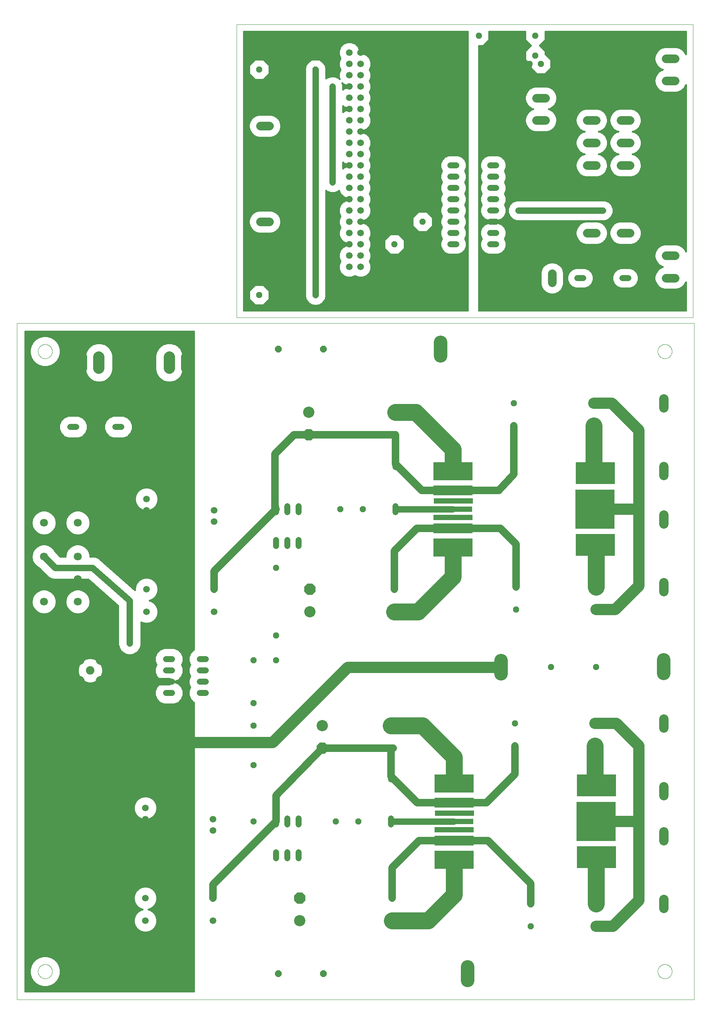
<source format=gtl>
G75*
%MOIN*%
%OFA0B0*%
%FSLAX25Y25*%
%IPPOS*%
%LPD*%
%AMOC8*
5,1,8,0,0,1.08239X$1,22.5*
%
%ADD10C,0.00000*%
%ADD11C,0.10039*%
%ADD12C,0.07500*%
%ADD13C,0.10500*%
%ADD14C,0.11850*%
%ADD15OC8,0.05200*%
%ADD16C,0.05200*%
%ADD17C,0.07087*%
%ADD18C,0.08250*%
%ADD19R,0.35000X0.16000*%
%ADD20R,0.35000X0.08500*%
%ADD21R,0.35000X0.05000*%
%ADD22R,0.35000X0.19500*%
%ADD23R,0.35000X0.35000*%
%ADD24C,0.05937*%
%ADD25C,0.10000*%
%ADD26OC8,0.10000*%
%ADD27OC8,0.06000*%
%ADD28C,0.07800*%
%ADD29C,0.01600*%
%ADD30C,0.06600*%
%ADD31C,0.10000*%
%ADD32R,0.03962X0.03962*%
%ADD33C,0.05600*%
%ADD34C,0.15000*%
D10*
X0001000Y0002800D02*
X0001000Y0602800D01*
X0602000Y0602800D01*
X0602000Y0002800D01*
X0001000Y0002800D01*
X0019701Y0027800D02*
X0019703Y0027958D01*
X0019709Y0028116D01*
X0019719Y0028274D01*
X0019733Y0028432D01*
X0019751Y0028589D01*
X0019772Y0028746D01*
X0019798Y0028902D01*
X0019828Y0029058D01*
X0019861Y0029213D01*
X0019899Y0029366D01*
X0019940Y0029519D01*
X0019985Y0029671D01*
X0020034Y0029822D01*
X0020087Y0029971D01*
X0020143Y0030119D01*
X0020203Y0030265D01*
X0020267Y0030410D01*
X0020335Y0030553D01*
X0020406Y0030695D01*
X0020480Y0030835D01*
X0020558Y0030972D01*
X0020640Y0031108D01*
X0020724Y0031242D01*
X0020813Y0031373D01*
X0020904Y0031502D01*
X0020999Y0031629D01*
X0021096Y0031754D01*
X0021197Y0031876D01*
X0021301Y0031995D01*
X0021408Y0032112D01*
X0021518Y0032226D01*
X0021631Y0032337D01*
X0021746Y0032446D01*
X0021864Y0032551D01*
X0021985Y0032653D01*
X0022108Y0032753D01*
X0022234Y0032849D01*
X0022362Y0032942D01*
X0022492Y0033032D01*
X0022625Y0033118D01*
X0022760Y0033202D01*
X0022896Y0033281D01*
X0023035Y0033358D01*
X0023176Y0033430D01*
X0023318Y0033500D01*
X0023462Y0033565D01*
X0023608Y0033627D01*
X0023755Y0033685D01*
X0023904Y0033740D01*
X0024054Y0033791D01*
X0024205Y0033838D01*
X0024357Y0033881D01*
X0024510Y0033920D01*
X0024665Y0033956D01*
X0024820Y0033987D01*
X0024976Y0034015D01*
X0025132Y0034039D01*
X0025289Y0034059D01*
X0025447Y0034075D01*
X0025604Y0034087D01*
X0025763Y0034095D01*
X0025921Y0034099D01*
X0026079Y0034099D01*
X0026237Y0034095D01*
X0026396Y0034087D01*
X0026553Y0034075D01*
X0026711Y0034059D01*
X0026868Y0034039D01*
X0027024Y0034015D01*
X0027180Y0033987D01*
X0027335Y0033956D01*
X0027490Y0033920D01*
X0027643Y0033881D01*
X0027795Y0033838D01*
X0027946Y0033791D01*
X0028096Y0033740D01*
X0028245Y0033685D01*
X0028392Y0033627D01*
X0028538Y0033565D01*
X0028682Y0033500D01*
X0028824Y0033430D01*
X0028965Y0033358D01*
X0029104Y0033281D01*
X0029240Y0033202D01*
X0029375Y0033118D01*
X0029508Y0033032D01*
X0029638Y0032942D01*
X0029766Y0032849D01*
X0029892Y0032753D01*
X0030015Y0032653D01*
X0030136Y0032551D01*
X0030254Y0032446D01*
X0030369Y0032337D01*
X0030482Y0032226D01*
X0030592Y0032112D01*
X0030699Y0031995D01*
X0030803Y0031876D01*
X0030904Y0031754D01*
X0031001Y0031629D01*
X0031096Y0031502D01*
X0031187Y0031373D01*
X0031276Y0031242D01*
X0031360Y0031108D01*
X0031442Y0030972D01*
X0031520Y0030835D01*
X0031594Y0030695D01*
X0031665Y0030553D01*
X0031733Y0030410D01*
X0031797Y0030265D01*
X0031857Y0030119D01*
X0031913Y0029971D01*
X0031966Y0029822D01*
X0032015Y0029671D01*
X0032060Y0029519D01*
X0032101Y0029366D01*
X0032139Y0029213D01*
X0032172Y0029058D01*
X0032202Y0028902D01*
X0032228Y0028746D01*
X0032249Y0028589D01*
X0032267Y0028432D01*
X0032281Y0028274D01*
X0032291Y0028116D01*
X0032297Y0027958D01*
X0032299Y0027800D01*
X0032297Y0027642D01*
X0032291Y0027484D01*
X0032281Y0027326D01*
X0032267Y0027168D01*
X0032249Y0027011D01*
X0032228Y0026854D01*
X0032202Y0026698D01*
X0032172Y0026542D01*
X0032139Y0026387D01*
X0032101Y0026234D01*
X0032060Y0026081D01*
X0032015Y0025929D01*
X0031966Y0025778D01*
X0031913Y0025629D01*
X0031857Y0025481D01*
X0031797Y0025335D01*
X0031733Y0025190D01*
X0031665Y0025047D01*
X0031594Y0024905D01*
X0031520Y0024765D01*
X0031442Y0024628D01*
X0031360Y0024492D01*
X0031276Y0024358D01*
X0031187Y0024227D01*
X0031096Y0024098D01*
X0031001Y0023971D01*
X0030904Y0023846D01*
X0030803Y0023724D01*
X0030699Y0023605D01*
X0030592Y0023488D01*
X0030482Y0023374D01*
X0030369Y0023263D01*
X0030254Y0023154D01*
X0030136Y0023049D01*
X0030015Y0022947D01*
X0029892Y0022847D01*
X0029766Y0022751D01*
X0029638Y0022658D01*
X0029508Y0022568D01*
X0029375Y0022482D01*
X0029240Y0022398D01*
X0029104Y0022319D01*
X0028965Y0022242D01*
X0028824Y0022170D01*
X0028682Y0022100D01*
X0028538Y0022035D01*
X0028392Y0021973D01*
X0028245Y0021915D01*
X0028096Y0021860D01*
X0027946Y0021809D01*
X0027795Y0021762D01*
X0027643Y0021719D01*
X0027490Y0021680D01*
X0027335Y0021644D01*
X0027180Y0021613D01*
X0027024Y0021585D01*
X0026868Y0021561D01*
X0026711Y0021541D01*
X0026553Y0021525D01*
X0026396Y0021513D01*
X0026237Y0021505D01*
X0026079Y0021501D01*
X0025921Y0021501D01*
X0025763Y0021505D01*
X0025604Y0021513D01*
X0025447Y0021525D01*
X0025289Y0021541D01*
X0025132Y0021561D01*
X0024976Y0021585D01*
X0024820Y0021613D01*
X0024665Y0021644D01*
X0024510Y0021680D01*
X0024357Y0021719D01*
X0024205Y0021762D01*
X0024054Y0021809D01*
X0023904Y0021860D01*
X0023755Y0021915D01*
X0023608Y0021973D01*
X0023462Y0022035D01*
X0023318Y0022100D01*
X0023176Y0022170D01*
X0023035Y0022242D01*
X0022896Y0022319D01*
X0022760Y0022398D01*
X0022625Y0022482D01*
X0022492Y0022568D01*
X0022362Y0022658D01*
X0022234Y0022751D01*
X0022108Y0022847D01*
X0021985Y0022947D01*
X0021864Y0023049D01*
X0021746Y0023154D01*
X0021631Y0023263D01*
X0021518Y0023374D01*
X0021408Y0023488D01*
X0021301Y0023605D01*
X0021197Y0023724D01*
X0021096Y0023846D01*
X0020999Y0023971D01*
X0020904Y0024098D01*
X0020813Y0024227D01*
X0020724Y0024358D01*
X0020640Y0024492D01*
X0020558Y0024628D01*
X0020480Y0024765D01*
X0020406Y0024905D01*
X0020335Y0025047D01*
X0020267Y0025190D01*
X0020203Y0025335D01*
X0020143Y0025481D01*
X0020087Y0025629D01*
X0020034Y0025778D01*
X0019985Y0025929D01*
X0019940Y0026081D01*
X0019899Y0026234D01*
X0019861Y0026387D01*
X0019828Y0026542D01*
X0019798Y0026698D01*
X0019772Y0026854D01*
X0019751Y0027011D01*
X0019733Y0027168D01*
X0019719Y0027326D01*
X0019709Y0027484D01*
X0019703Y0027642D01*
X0019701Y0027800D01*
X0019701Y0577800D02*
X0019703Y0577958D01*
X0019709Y0578116D01*
X0019719Y0578274D01*
X0019733Y0578432D01*
X0019751Y0578589D01*
X0019772Y0578746D01*
X0019798Y0578902D01*
X0019828Y0579058D01*
X0019861Y0579213D01*
X0019899Y0579366D01*
X0019940Y0579519D01*
X0019985Y0579671D01*
X0020034Y0579822D01*
X0020087Y0579971D01*
X0020143Y0580119D01*
X0020203Y0580265D01*
X0020267Y0580410D01*
X0020335Y0580553D01*
X0020406Y0580695D01*
X0020480Y0580835D01*
X0020558Y0580972D01*
X0020640Y0581108D01*
X0020724Y0581242D01*
X0020813Y0581373D01*
X0020904Y0581502D01*
X0020999Y0581629D01*
X0021096Y0581754D01*
X0021197Y0581876D01*
X0021301Y0581995D01*
X0021408Y0582112D01*
X0021518Y0582226D01*
X0021631Y0582337D01*
X0021746Y0582446D01*
X0021864Y0582551D01*
X0021985Y0582653D01*
X0022108Y0582753D01*
X0022234Y0582849D01*
X0022362Y0582942D01*
X0022492Y0583032D01*
X0022625Y0583118D01*
X0022760Y0583202D01*
X0022896Y0583281D01*
X0023035Y0583358D01*
X0023176Y0583430D01*
X0023318Y0583500D01*
X0023462Y0583565D01*
X0023608Y0583627D01*
X0023755Y0583685D01*
X0023904Y0583740D01*
X0024054Y0583791D01*
X0024205Y0583838D01*
X0024357Y0583881D01*
X0024510Y0583920D01*
X0024665Y0583956D01*
X0024820Y0583987D01*
X0024976Y0584015D01*
X0025132Y0584039D01*
X0025289Y0584059D01*
X0025447Y0584075D01*
X0025604Y0584087D01*
X0025763Y0584095D01*
X0025921Y0584099D01*
X0026079Y0584099D01*
X0026237Y0584095D01*
X0026396Y0584087D01*
X0026553Y0584075D01*
X0026711Y0584059D01*
X0026868Y0584039D01*
X0027024Y0584015D01*
X0027180Y0583987D01*
X0027335Y0583956D01*
X0027490Y0583920D01*
X0027643Y0583881D01*
X0027795Y0583838D01*
X0027946Y0583791D01*
X0028096Y0583740D01*
X0028245Y0583685D01*
X0028392Y0583627D01*
X0028538Y0583565D01*
X0028682Y0583500D01*
X0028824Y0583430D01*
X0028965Y0583358D01*
X0029104Y0583281D01*
X0029240Y0583202D01*
X0029375Y0583118D01*
X0029508Y0583032D01*
X0029638Y0582942D01*
X0029766Y0582849D01*
X0029892Y0582753D01*
X0030015Y0582653D01*
X0030136Y0582551D01*
X0030254Y0582446D01*
X0030369Y0582337D01*
X0030482Y0582226D01*
X0030592Y0582112D01*
X0030699Y0581995D01*
X0030803Y0581876D01*
X0030904Y0581754D01*
X0031001Y0581629D01*
X0031096Y0581502D01*
X0031187Y0581373D01*
X0031276Y0581242D01*
X0031360Y0581108D01*
X0031442Y0580972D01*
X0031520Y0580835D01*
X0031594Y0580695D01*
X0031665Y0580553D01*
X0031733Y0580410D01*
X0031797Y0580265D01*
X0031857Y0580119D01*
X0031913Y0579971D01*
X0031966Y0579822D01*
X0032015Y0579671D01*
X0032060Y0579519D01*
X0032101Y0579366D01*
X0032139Y0579213D01*
X0032172Y0579058D01*
X0032202Y0578902D01*
X0032228Y0578746D01*
X0032249Y0578589D01*
X0032267Y0578432D01*
X0032281Y0578274D01*
X0032291Y0578116D01*
X0032297Y0577958D01*
X0032299Y0577800D01*
X0032297Y0577642D01*
X0032291Y0577484D01*
X0032281Y0577326D01*
X0032267Y0577168D01*
X0032249Y0577011D01*
X0032228Y0576854D01*
X0032202Y0576698D01*
X0032172Y0576542D01*
X0032139Y0576387D01*
X0032101Y0576234D01*
X0032060Y0576081D01*
X0032015Y0575929D01*
X0031966Y0575778D01*
X0031913Y0575629D01*
X0031857Y0575481D01*
X0031797Y0575335D01*
X0031733Y0575190D01*
X0031665Y0575047D01*
X0031594Y0574905D01*
X0031520Y0574765D01*
X0031442Y0574628D01*
X0031360Y0574492D01*
X0031276Y0574358D01*
X0031187Y0574227D01*
X0031096Y0574098D01*
X0031001Y0573971D01*
X0030904Y0573846D01*
X0030803Y0573724D01*
X0030699Y0573605D01*
X0030592Y0573488D01*
X0030482Y0573374D01*
X0030369Y0573263D01*
X0030254Y0573154D01*
X0030136Y0573049D01*
X0030015Y0572947D01*
X0029892Y0572847D01*
X0029766Y0572751D01*
X0029638Y0572658D01*
X0029508Y0572568D01*
X0029375Y0572482D01*
X0029240Y0572398D01*
X0029104Y0572319D01*
X0028965Y0572242D01*
X0028824Y0572170D01*
X0028682Y0572100D01*
X0028538Y0572035D01*
X0028392Y0571973D01*
X0028245Y0571915D01*
X0028096Y0571860D01*
X0027946Y0571809D01*
X0027795Y0571762D01*
X0027643Y0571719D01*
X0027490Y0571680D01*
X0027335Y0571644D01*
X0027180Y0571613D01*
X0027024Y0571585D01*
X0026868Y0571561D01*
X0026711Y0571541D01*
X0026553Y0571525D01*
X0026396Y0571513D01*
X0026237Y0571505D01*
X0026079Y0571501D01*
X0025921Y0571501D01*
X0025763Y0571505D01*
X0025604Y0571513D01*
X0025447Y0571525D01*
X0025289Y0571541D01*
X0025132Y0571561D01*
X0024976Y0571585D01*
X0024820Y0571613D01*
X0024665Y0571644D01*
X0024510Y0571680D01*
X0024357Y0571719D01*
X0024205Y0571762D01*
X0024054Y0571809D01*
X0023904Y0571860D01*
X0023755Y0571915D01*
X0023608Y0571973D01*
X0023462Y0572035D01*
X0023318Y0572100D01*
X0023176Y0572170D01*
X0023035Y0572242D01*
X0022896Y0572319D01*
X0022760Y0572398D01*
X0022625Y0572482D01*
X0022492Y0572568D01*
X0022362Y0572658D01*
X0022234Y0572751D01*
X0022108Y0572847D01*
X0021985Y0572947D01*
X0021864Y0573049D01*
X0021746Y0573154D01*
X0021631Y0573263D01*
X0021518Y0573374D01*
X0021408Y0573488D01*
X0021301Y0573605D01*
X0021197Y0573724D01*
X0021096Y0573846D01*
X0020999Y0573971D01*
X0020904Y0574098D01*
X0020813Y0574227D01*
X0020724Y0574358D01*
X0020640Y0574492D01*
X0020558Y0574628D01*
X0020480Y0574765D01*
X0020406Y0574905D01*
X0020335Y0575047D01*
X0020267Y0575190D01*
X0020203Y0575335D01*
X0020143Y0575481D01*
X0020087Y0575629D01*
X0020034Y0575778D01*
X0019985Y0575929D01*
X0019940Y0576081D01*
X0019899Y0576234D01*
X0019861Y0576387D01*
X0019828Y0576542D01*
X0019798Y0576698D01*
X0019772Y0576854D01*
X0019751Y0577011D01*
X0019733Y0577168D01*
X0019719Y0577326D01*
X0019709Y0577484D01*
X0019703Y0577642D01*
X0019701Y0577800D01*
X0196000Y0607800D02*
X0196000Y0867800D01*
X0600921Y0867800D01*
X0600921Y0607800D01*
X0196000Y0607800D01*
X0569701Y0577800D02*
X0569703Y0577958D01*
X0569709Y0578116D01*
X0569719Y0578274D01*
X0569733Y0578432D01*
X0569751Y0578589D01*
X0569772Y0578746D01*
X0569798Y0578902D01*
X0569828Y0579058D01*
X0569861Y0579213D01*
X0569899Y0579366D01*
X0569940Y0579519D01*
X0569985Y0579671D01*
X0570034Y0579822D01*
X0570087Y0579971D01*
X0570143Y0580119D01*
X0570203Y0580265D01*
X0570267Y0580410D01*
X0570335Y0580553D01*
X0570406Y0580695D01*
X0570480Y0580835D01*
X0570558Y0580972D01*
X0570640Y0581108D01*
X0570724Y0581242D01*
X0570813Y0581373D01*
X0570904Y0581502D01*
X0570999Y0581629D01*
X0571096Y0581754D01*
X0571197Y0581876D01*
X0571301Y0581995D01*
X0571408Y0582112D01*
X0571518Y0582226D01*
X0571631Y0582337D01*
X0571746Y0582446D01*
X0571864Y0582551D01*
X0571985Y0582653D01*
X0572108Y0582753D01*
X0572234Y0582849D01*
X0572362Y0582942D01*
X0572492Y0583032D01*
X0572625Y0583118D01*
X0572760Y0583202D01*
X0572896Y0583281D01*
X0573035Y0583358D01*
X0573176Y0583430D01*
X0573318Y0583500D01*
X0573462Y0583565D01*
X0573608Y0583627D01*
X0573755Y0583685D01*
X0573904Y0583740D01*
X0574054Y0583791D01*
X0574205Y0583838D01*
X0574357Y0583881D01*
X0574510Y0583920D01*
X0574665Y0583956D01*
X0574820Y0583987D01*
X0574976Y0584015D01*
X0575132Y0584039D01*
X0575289Y0584059D01*
X0575447Y0584075D01*
X0575604Y0584087D01*
X0575763Y0584095D01*
X0575921Y0584099D01*
X0576079Y0584099D01*
X0576237Y0584095D01*
X0576396Y0584087D01*
X0576553Y0584075D01*
X0576711Y0584059D01*
X0576868Y0584039D01*
X0577024Y0584015D01*
X0577180Y0583987D01*
X0577335Y0583956D01*
X0577490Y0583920D01*
X0577643Y0583881D01*
X0577795Y0583838D01*
X0577946Y0583791D01*
X0578096Y0583740D01*
X0578245Y0583685D01*
X0578392Y0583627D01*
X0578538Y0583565D01*
X0578682Y0583500D01*
X0578824Y0583430D01*
X0578965Y0583358D01*
X0579104Y0583281D01*
X0579240Y0583202D01*
X0579375Y0583118D01*
X0579508Y0583032D01*
X0579638Y0582942D01*
X0579766Y0582849D01*
X0579892Y0582753D01*
X0580015Y0582653D01*
X0580136Y0582551D01*
X0580254Y0582446D01*
X0580369Y0582337D01*
X0580482Y0582226D01*
X0580592Y0582112D01*
X0580699Y0581995D01*
X0580803Y0581876D01*
X0580904Y0581754D01*
X0581001Y0581629D01*
X0581096Y0581502D01*
X0581187Y0581373D01*
X0581276Y0581242D01*
X0581360Y0581108D01*
X0581442Y0580972D01*
X0581520Y0580835D01*
X0581594Y0580695D01*
X0581665Y0580553D01*
X0581733Y0580410D01*
X0581797Y0580265D01*
X0581857Y0580119D01*
X0581913Y0579971D01*
X0581966Y0579822D01*
X0582015Y0579671D01*
X0582060Y0579519D01*
X0582101Y0579366D01*
X0582139Y0579213D01*
X0582172Y0579058D01*
X0582202Y0578902D01*
X0582228Y0578746D01*
X0582249Y0578589D01*
X0582267Y0578432D01*
X0582281Y0578274D01*
X0582291Y0578116D01*
X0582297Y0577958D01*
X0582299Y0577800D01*
X0582297Y0577642D01*
X0582291Y0577484D01*
X0582281Y0577326D01*
X0582267Y0577168D01*
X0582249Y0577011D01*
X0582228Y0576854D01*
X0582202Y0576698D01*
X0582172Y0576542D01*
X0582139Y0576387D01*
X0582101Y0576234D01*
X0582060Y0576081D01*
X0582015Y0575929D01*
X0581966Y0575778D01*
X0581913Y0575629D01*
X0581857Y0575481D01*
X0581797Y0575335D01*
X0581733Y0575190D01*
X0581665Y0575047D01*
X0581594Y0574905D01*
X0581520Y0574765D01*
X0581442Y0574628D01*
X0581360Y0574492D01*
X0581276Y0574358D01*
X0581187Y0574227D01*
X0581096Y0574098D01*
X0581001Y0573971D01*
X0580904Y0573846D01*
X0580803Y0573724D01*
X0580699Y0573605D01*
X0580592Y0573488D01*
X0580482Y0573374D01*
X0580369Y0573263D01*
X0580254Y0573154D01*
X0580136Y0573049D01*
X0580015Y0572947D01*
X0579892Y0572847D01*
X0579766Y0572751D01*
X0579638Y0572658D01*
X0579508Y0572568D01*
X0579375Y0572482D01*
X0579240Y0572398D01*
X0579104Y0572319D01*
X0578965Y0572242D01*
X0578824Y0572170D01*
X0578682Y0572100D01*
X0578538Y0572035D01*
X0578392Y0571973D01*
X0578245Y0571915D01*
X0578096Y0571860D01*
X0577946Y0571809D01*
X0577795Y0571762D01*
X0577643Y0571719D01*
X0577490Y0571680D01*
X0577335Y0571644D01*
X0577180Y0571613D01*
X0577024Y0571585D01*
X0576868Y0571561D01*
X0576711Y0571541D01*
X0576553Y0571525D01*
X0576396Y0571513D01*
X0576237Y0571505D01*
X0576079Y0571501D01*
X0575921Y0571501D01*
X0575763Y0571505D01*
X0575604Y0571513D01*
X0575447Y0571525D01*
X0575289Y0571541D01*
X0575132Y0571561D01*
X0574976Y0571585D01*
X0574820Y0571613D01*
X0574665Y0571644D01*
X0574510Y0571680D01*
X0574357Y0571719D01*
X0574205Y0571762D01*
X0574054Y0571809D01*
X0573904Y0571860D01*
X0573755Y0571915D01*
X0573608Y0571973D01*
X0573462Y0572035D01*
X0573318Y0572100D01*
X0573176Y0572170D01*
X0573035Y0572242D01*
X0572896Y0572319D01*
X0572760Y0572398D01*
X0572625Y0572482D01*
X0572492Y0572568D01*
X0572362Y0572658D01*
X0572234Y0572751D01*
X0572108Y0572847D01*
X0571985Y0572947D01*
X0571864Y0573049D01*
X0571746Y0573154D01*
X0571631Y0573263D01*
X0571518Y0573374D01*
X0571408Y0573488D01*
X0571301Y0573605D01*
X0571197Y0573724D01*
X0571096Y0573846D01*
X0570999Y0573971D01*
X0570904Y0574098D01*
X0570813Y0574227D01*
X0570724Y0574358D01*
X0570640Y0574492D01*
X0570558Y0574628D01*
X0570480Y0574765D01*
X0570406Y0574905D01*
X0570335Y0575047D01*
X0570267Y0575190D01*
X0570203Y0575335D01*
X0570143Y0575481D01*
X0570087Y0575629D01*
X0570034Y0575778D01*
X0569985Y0575929D01*
X0569940Y0576081D01*
X0569899Y0576234D01*
X0569861Y0576387D01*
X0569828Y0576542D01*
X0569798Y0576698D01*
X0569772Y0576854D01*
X0569751Y0577011D01*
X0569733Y0577168D01*
X0569719Y0577326D01*
X0569709Y0577484D01*
X0569703Y0577642D01*
X0569701Y0577800D01*
X0569701Y0027800D02*
X0569703Y0027958D01*
X0569709Y0028116D01*
X0569719Y0028274D01*
X0569733Y0028432D01*
X0569751Y0028589D01*
X0569772Y0028746D01*
X0569798Y0028902D01*
X0569828Y0029058D01*
X0569861Y0029213D01*
X0569899Y0029366D01*
X0569940Y0029519D01*
X0569985Y0029671D01*
X0570034Y0029822D01*
X0570087Y0029971D01*
X0570143Y0030119D01*
X0570203Y0030265D01*
X0570267Y0030410D01*
X0570335Y0030553D01*
X0570406Y0030695D01*
X0570480Y0030835D01*
X0570558Y0030972D01*
X0570640Y0031108D01*
X0570724Y0031242D01*
X0570813Y0031373D01*
X0570904Y0031502D01*
X0570999Y0031629D01*
X0571096Y0031754D01*
X0571197Y0031876D01*
X0571301Y0031995D01*
X0571408Y0032112D01*
X0571518Y0032226D01*
X0571631Y0032337D01*
X0571746Y0032446D01*
X0571864Y0032551D01*
X0571985Y0032653D01*
X0572108Y0032753D01*
X0572234Y0032849D01*
X0572362Y0032942D01*
X0572492Y0033032D01*
X0572625Y0033118D01*
X0572760Y0033202D01*
X0572896Y0033281D01*
X0573035Y0033358D01*
X0573176Y0033430D01*
X0573318Y0033500D01*
X0573462Y0033565D01*
X0573608Y0033627D01*
X0573755Y0033685D01*
X0573904Y0033740D01*
X0574054Y0033791D01*
X0574205Y0033838D01*
X0574357Y0033881D01*
X0574510Y0033920D01*
X0574665Y0033956D01*
X0574820Y0033987D01*
X0574976Y0034015D01*
X0575132Y0034039D01*
X0575289Y0034059D01*
X0575447Y0034075D01*
X0575604Y0034087D01*
X0575763Y0034095D01*
X0575921Y0034099D01*
X0576079Y0034099D01*
X0576237Y0034095D01*
X0576396Y0034087D01*
X0576553Y0034075D01*
X0576711Y0034059D01*
X0576868Y0034039D01*
X0577024Y0034015D01*
X0577180Y0033987D01*
X0577335Y0033956D01*
X0577490Y0033920D01*
X0577643Y0033881D01*
X0577795Y0033838D01*
X0577946Y0033791D01*
X0578096Y0033740D01*
X0578245Y0033685D01*
X0578392Y0033627D01*
X0578538Y0033565D01*
X0578682Y0033500D01*
X0578824Y0033430D01*
X0578965Y0033358D01*
X0579104Y0033281D01*
X0579240Y0033202D01*
X0579375Y0033118D01*
X0579508Y0033032D01*
X0579638Y0032942D01*
X0579766Y0032849D01*
X0579892Y0032753D01*
X0580015Y0032653D01*
X0580136Y0032551D01*
X0580254Y0032446D01*
X0580369Y0032337D01*
X0580482Y0032226D01*
X0580592Y0032112D01*
X0580699Y0031995D01*
X0580803Y0031876D01*
X0580904Y0031754D01*
X0581001Y0031629D01*
X0581096Y0031502D01*
X0581187Y0031373D01*
X0581276Y0031242D01*
X0581360Y0031108D01*
X0581442Y0030972D01*
X0581520Y0030835D01*
X0581594Y0030695D01*
X0581665Y0030553D01*
X0581733Y0030410D01*
X0581797Y0030265D01*
X0581857Y0030119D01*
X0581913Y0029971D01*
X0581966Y0029822D01*
X0582015Y0029671D01*
X0582060Y0029519D01*
X0582101Y0029366D01*
X0582139Y0029213D01*
X0582172Y0029058D01*
X0582202Y0028902D01*
X0582228Y0028746D01*
X0582249Y0028589D01*
X0582267Y0028432D01*
X0582281Y0028274D01*
X0582291Y0028116D01*
X0582297Y0027958D01*
X0582299Y0027800D01*
X0582297Y0027642D01*
X0582291Y0027484D01*
X0582281Y0027326D01*
X0582267Y0027168D01*
X0582249Y0027011D01*
X0582228Y0026854D01*
X0582202Y0026698D01*
X0582172Y0026542D01*
X0582139Y0026387D01*
X0582101Y0026234D01*
X0582060Y0026081D01*
X0582015Y0025929D01*
X0581966Y0025778D01*
X0581913Y0025629D01*
X0581857Y0025481D01*
X0581797Y0025335D01*
X0581733Y0025190D01*
X0581665Y0025047D01*
X0581594Y0024905D01*
X0581520Y0024765D01*
X0581442Y0024628D01*
X0581360Y0024492D01*
X0581276Y0024358D01*
X0581187Y0024227D01*
X0581096Y0024098D01*
X0581001Y0023971D01*
X0580904Y0023846D01*
X0580803Y0023724D01*
X0580699Y0023605D01*
X0580592Y0023488D01*
X0580482Y0023374D01*
X0580369Y0023263D01*
X0580254Y0023154D01*
X0580136Y0023049D01*
X0580015Y0022947D01*
X0579892Y0022847D01*
X0579766Y0022751D01*
X0579638Y0022658D01*
X0579508Y0022568D01*
X0579375Y0022482D01*
X0579240Y0022398D01*
X0579104Y0022319D01*
X0578965Y0022242D01*
X0578824Y0022170D01*
X0578682Y0022100D01*
X0578538Y0022035D01*
X0578392Y0021973D01*
X0578245Y0021915D01*
X0578096Y0021860D01*
X0577946Y0021809D01*
X0577795Y0021762D01*
X0577643Y0021719D01*
X0577490Y0021680D01*
X0577335Y0021644D01*
X0577180Y0021613D01*
X0577024Y0021585D01*
X0576868Y0021561D01*
X0576711Y0021541D01*
X0576553Y0021525D01*
X0576396Y0021513D01*
X0576237Y0021505D01*
X0576079Y0021501D01*
X0575921Y0021501D01*
X0575763Y0021505D01*
X0575604Y0021513D01*
X0575447Y0021525D01*
X0575289Y0021541D01*
X0575132Y0021561D01*
X0574976Y0021585D01*
X0574820Y0021613D01*
X0574665Y0021644D01*
X0574510Y0021680D01*
X0574357Y0021719D01*
X0574205Y0021762D01*
X0574054Y0021809D01*
X0573904Y0021860D01*
X0573755Y0021915D01*
X0573608Y0021973D01*
X0573462Y0022035D01*
X0573318Y0022100D01*
X0573176Y0022170D01*
X0573035Y0022242D01*
X0572896Y0022319D01*
X0572760Y0022398D01*
X0572625Y0022482D01*
X0572492Y0022568D01*
X0572362Y0022658D01*
X0572234Y0022751D01*
X0572108Y0022847D01*
X0571985Y0022947D01*
X0571864Y0023049D01*
X0571746Y0023154D01*
X0571631Y0023263D01*
X0571518Y0023374D01*
X0571408Y0023488D01*
X0571301Y0023605D01*
X0571197Y0023724D01*
X0571096Y0023846D01*
X0570999Y0023971D01*
X0570904Y0024098D01*
X0570813Y0024227D01*
X0570724Y0024358D01*
X0570640Y0024492D01*
X0570558Y0024628D01*
X0570480Y0024765D01*
X0570406Y0024905D01*
X0570335Y0025047D01*
X0570267Y0025190D01*
X0570203Y0025335D01*
X0570143Y0025481D01*
X0570087Y0025629D01*
X0570034Y0025778D01*
X0569985Y0025929D01*
X0569940Y0026081D01*
X0569899Y0026234D01*
X0569861Y0026387D01*
X0569828Y0026542D01*
X0569798Y0026698D01*
X0569772Y0026854D01*
X0569751Y0027011D01*
X0569733Y0027168D01*
X0569719Y0027326D01*
X0569709Y0027484D01*
X0569703Y0027642D01*
X0569701Y0027800D01*
D11*
X0151795Y0562780D02*
X0151795Y0572820D01*
X0136205Y0572820D02*
X0136205Y0562780D01*
X0073795Y0562780D02*
X0073795Y0572820D01*
X0058205Y0572820D02*
X0058205Y0562780D01*
D12*
X0066000Y0294800D03*
D13*
X0055961Y0284761D03*
X0055961Y0304839D03*
X0076039Y0304839D03*
X0076039Y0284761D03*
D14*
X0377000Y0573875D02*
X0377000Y0585725D01*
X0430700Y0303525D02*
X0430700Y0291675D01*
X0575000Y0292175D02*
X0575000Y0304025D01*
X0401000Y0031725D02*
X0401000Y0019875D01*
D15*
X0457000Y0067800D03*
X0457000Y0087800D03*
X0443000Y0227800D03*
X0443000Y0247800D03*
X0475000Y0297800D03*
X0444000Y0348800D03*
X0444000Y0368800D03*
X0515000Y0297800D03*
X0442000Y0511800D03*
X0442000Y0531800D03*
X0361000Y0642800D03*
X0336000Y0622800D03*
X0336000Y0672800D03*
X0361000Y0692800D03*
X0266000Y0627800D03*
X0216000Y0627800D03*
X0337000Y0523800D03*
X0337000Y0503800D03*
X0308000Y0437800D03*
X0288000Y0437800D03*
X0336000Y0366800D03*
X0336000Y0346800D03*
X0333000Y0245800D03*
X0333000Y0225800D03*
X0304000Y0160800D03*
X0284000Y0160800D03*
X0334000Y0092800D03*
X0334000Y0072800D03*
X0211000Y0160800D03*
X0211000Y0210800D03*
X0211000Y0245800D03*
X0211000Y0265800D03*
X0211000Y0303800D03*
X0231000Y0303800D03*
X0231000Y0325800D03*
X0231000Y0385800D03*
X0216000Y0827800D03*
X0266000Y0827800D03*
X0411000Y0857800D03*
X0456000Y0832800D03*
X0461000Y0840300D03*
X0466000Y0832800D03*
X0461000Y0857800D03*
D16*
X0426200Y0742800D02*
X0421000Y0742800D01*
X0421000Y0732800D02*
X0426200Y0732800D01*
X0426200Y0722800D02*
X0421000Y0722800D01*
X0421000Y0712800D02*
X0426200Y0712800D01*
X0426200Y0702800D02*
X0421000Y0702800D01*
X0421000Y0692800D02*
X0426200Y0692800D01*
X0426200Y0682800D02*
X0421000Y0682800D01*
X0421000Y0672800D02*
X0426200Y0672800D01*
X0391000Y0672800D02*
X0385800Y0672800D01*
X0385800Y0682800D02*
X0391000Y0682800D01*
X0391000Y0692800D02*
X0385800Y0692800D01*
X0385800Y0702800D02*
X0391000Y0702800D01*
X0391000Y0712800D02*
X0385800Y0712800D01*
X0385800Y0722800D02*
X0391000Y0722800D01*
X0391000Y0732800D02*
X0385800Y0732800D01*
X0385800Y0742800D02*
X0391000Y0742800D01*
X0498400Y0642800D02*
X0503600Y0642800D01*
X0538400Y0642800D02*
X0543600Y0642800D01*
X0337000Y0480400D02*
X0337000Y0475200D01*
X0337000Y0440400D02*
X0337000Y0435200D01*
X0251000Y0435200D02*
X0251000Y0440400D01*
X0241000Y0440400D02*
X0241000Y0435200D01*
X0231000Y0435200D02*
X0231000Y0440400D01*
X0231000Y0410400D02*
X0231000Y0405200D01*
X0241000Y0405200D02*
X0241000Y0410400D01*
X0251000Y0410400D02*
X0251000Y0405200D01*
X0168600Y0304800D02*
X0163400Y0304800D01*
X0163400Y0294800D02*
X0168600Y0294800D01*
X0168600Y0284800D02*
X0163400Y0284800D01*
X0163400Y0274800D02*
X0168600Y0274800D01*
X0138600Y0274800D02*
X0133400Y0274800D01*
X0133400Y0284800D02*
X0138600Y0284800D01*
X0138600Y0294800D02*
X0133400Y0294800D01*
X0133400Y0304800D02*
X0138600Y0304800D01*
X0231000Y0163400D02*
X0231000Y0158200D01*
X0241000Y0158200D02*
X0241000Y0163400D01*
X0251000Y0163400D02*
X0251000Y0158200D01*
X0251000Y0133400D02*
X0251000Y0128200D01*
X0241000Y0128200D02*
X0241000Y0133400D01*
X0231000Y0133400D02*
X0231000Y0128200D01*
X0333000Y0158200D02*
X0333000Y0163400D01*
X0333000Y0198200D02*
X0333000Y0203400D01*
X0093600Y0510800D02*
X0088400Y0510800D01*
X0053600Y0510800D02*
X0048400Y0510800D01*
D17*
X0055000Y0425800D03*
X0055000Y0395800D03*
X0055000Y0375800D03*
X0055000Y0355800D03*
X0025000Y0355800D03*
X0025000Y0375800D03*
X0025000Y0395800D03*
X0025000Y0425800D03*
D18*
X0575000Y0424675D02*
X0575000Y0432925D01*
X0575000Y0467675D02*
X0575000Y0475925D01*
X0575000Y0527675D02*
X0575000Y0535925D01*
X0575000Y0372925D02*
X0575000Y0364675D01*
X0575000Y0251925D02*
X0575000Y0243675D01*
X0575000Y0191925D02*
X0575000Y0183675D01*
X0575000Y0151925D02*
X0575000Y0143675D01*
X0575000Y0091925D02*
X0575000Y0083675D01*
D19*
X0389100Y0127000D03*
X0389000Y0194400D03*
X0388100Y0404000D03*
X0388000Y0471400D03*
D20*
X0388100Y0454500D03*
X0387900Y0420900D03*
X0389100Y0177500D03*
X0388900Y0143900D03*
D21*
X0388900Y0153500D03*
X0388700Y0160800D03*
X0389200Y0168200D03*
X0387900Y0430500D03*
X0387700Y0437800D03*
X0388200Y0445200D03*
D22*
X0514200Y0469700D03*
X0514200Y0406100D03*
X0515200Y0192700D03*
X0515200Y0129100D03*
D23*
X0515050Y0160750D03*
X0514050Y0437750D03*
D24*
X0306000Y0652800D03*
X0306000Y0662800D03*
X0306000Y0672800D03*
X0306000Y0682800D03*
X0306000Y0692800D03*
X0306000Y0702800D03*
X0306000Y0712800D03*
X0306000Y0722800D03*
X0306000Y0732800D03*
X0306000Y0742800D03*
X0306000Y0752800D03*
X0306000Y0762800D03*
X0306000Y0772800D03*
X0306000Y0782800D03*
X0306000Y0792800D03*
X0306000Y0802800D03*
X0306000Y0812800D03*
X0306000Y0822800D03*
X0306000Y0832800D03*
X0306000Y0842800D03*
X0296000Y0842800D03*
X0296000Y0832800D03*
X0296000Y0822800D03*
X0296000Y0812800D03*
X0296000Y0802800D03*
X0296000Y0792800D03*
X0296000Y0782800D03*
X0296000Y0772800D03*
X0296000Y0762800D03*
X0296000Y0752800D03*
X0296000Y0742800D03*
X0296000Y0732800D03*
X0296000Y0722800D03*
X0296000Y0712800D03*
X0296000Y0702800D03*
X0296000Y0692800D03*
X0296000Y0682800D03*
X0296000Y0672800D03*
X0296000Y0662800D03*
X0296000Y0652800D03*
X0176000Y0436800D03*
X0176000Y0426800D03*
X0176000Y0366800D03*
X0176000Y0346800D03*
X0116000Y0346800D03*
X0116000Y0366800D03*
X0116000Y0426800D03*
X0116000Y0436800D03*
X0116000Y0446800D03*
X0115000Y0172800D03*
X0115000Y0162800D03*
X0115000Y0152800D03*
X0115000Y0092800D03*
X0115000Y0072800D03*
X0175000Y0072800D03*
X0175000Y0092800D03*
X0175000Y0152800D03*
X0175000Y0162800D03*
D25*
X0252000Y0072800D03*
X0272000Y0245800D03*
X0261000Y0346800D03*
X0260000Y0523800D03*
X0513000Y0531800D03*
X0515000Y0348800D03*
X0514000Y0247800D03*
X0515000Y0067800D03*
D26*
X0515000Y0087800D03*
X0514000Y0227800D03*
X0515000Y0368800D03*
X0513000Y0511800D03*
X0272000Y0225800D03*
X0252000Y0092800D03*
X0261000Y0366800D03*
X0260000Y0503800D03*
D27*
X0273000Y0579800D03*
X0233000Y0579800D03*
X0233000Y0025800D03*
X0273000Y0025800D03*
D28*
X0456200Y0638900D02*
X0456200Y0646700D01*
X0475900Y0646700D02*
X0475900Y0638900D01*
X0507100Y0682800D02*
X0514900Y0682800D01*
X0537100Y0682800D02*
X0544900Y0682800D01*
X0577100Y0662700D02*
X0584900Y0662700D01*
X0584900Y0643000D02*
X0577100Y0643000D01*
X0544900Y0742800D02*
X0537100Y0742800D01*
X0537100Y0762800D02*
X0544900Y0762800D01*
X0544900Y0782800D02*
X0537100Y0782800D01*
X0514900Y0782800D02*
X0507100Y0782800D01*
X0507100Y0762800D02*
X0514900Y0762800D01*
X0514900Y0742800D02*
X0507100Y0742800D01*
X0469900Y0782900D02*
X0462100Y0782900D01*
X0462100Y0802600D02*
X0469900Y0802600D01*
X0577100Y0817900D02*
X0584900Y0817900D01*
X0584900Y0837600D02*
X0577100Y0837600D01*
X0224900Y0777700D02*
X0217100Y0777700D01*
X0217100Y0758000D02*
X0224900Y0758000D01*
X0224900Y0692700D02*
X0217100Y0692700D01*
X0217100Y0673000D02*
X0224900Y0673000D01*
D29*
X0226256Y0682400D02*
X0228876Y0683102D01*
X0231224Y0684458D01*
X0233142Y0686376D01*
X0234498Y0688724D01*
X0235200Y0691344D01*
X0235200Y0694056D01*
X0234498Y0696676D01*
X0233142Y0699024D01*
X0231224Y0700942D01*
X0228876Y0702298D01*
X0226256Y0703000D01*
X0215744Y0703000D01*
X0213124Y0702298D01*
X0210776Y0700942D01*
X0208858Y0699024D01*
X0207502Y0696676D01*
X0206800Y0694056D01*
X0206800Y0691344D01*
X0207502Y0688724D01*
X0208858Y0686376D01*
X0210776Y0684458D01*
X0213124Y0683102D01*
X0215744Y0682400D01*
X0226256Y0682400D01*
X0230026Y0683766D02*
X0256800Y0683766D01*
X0256800Y0685364D02*
X0232131Y0685364D01*
X0233481Y0686963D02*
X0256800Y0686963D01*
X0256800Y0688561D02*
X0234404Y0688561D01*
X0234883Y0690160D02*
X0256800Y0690160D01*
X0256800Y0691758D02*
X0235200Y0691758D01*
X0235200Y0693357D02*
X0256800Y0693357D01*
X0256800Y0694955D02*
X0234959Y0694955D01*
X0234531Y0696554D02*
X0256800Y0696554D01*
X0256800Y0698152D02*
X0233645Y0698152D01*
X0232415Y0699751D02*
X0256800Y0699751D01*
X0256800Y0701349D02*
X0230519Y0701349D01*
X0226450Y0702948D02*
X0256800Y0702948D01*
X0256800Y0704546D02*
X0202400Y0704546D01*
X0202400Y0702948D02*
X0215550Y0702948D01*
X0211481Y0701349D02*
X0202400Y0701349D01*
X0202400Y0699751D02*
X0209585Y0699751D01*
X0208355Y0698152D02*
X0202400Y0698152D01*
X0202400Y0696554D02*
X0207469Y0696554D01*
X0207041Y0694955D02*
X0202400Y0694955D01*
X0202400Y0693357D02*
X0206800Y0693357D01*
X0206800Y0691758D02*
X0202400Y0691758D01*
X0202400Y0690160D02*
X0207117Y0690160D01*
X0207596Y0688561D02*
X0202400Y0688561D01*
X0202400Y0686963D02*
X0208519Y0686963D01*
X0209869Y0685364D02*
X0202400Y0685364D01*
X0202400Y0683766D02*
X0211974Y0683766D01*
X0202400Y0682167D02*
X0256800Y0682167D01*
X0256800Y0680569D02*
X0202400Y0680569D01*
X0202400Y0678970D02*
X0256800Y0678970D01*
X0256800Y0677372D02*
X0202400Y0677372D01*
X0202400Y0675773D02*
X0256800Y0675773D01*
X0256800Y0674175D02*
X0202400Y0674175D01*
X0202400Y0672576D02*
X0256800Y0672576D01*
X0256800Y0670978D02*
X0202400Y0670978D01*
X0202400Y0669379D02*
X0256800Y0669379D01*
X0256800Y0667781D02*
X0202400Y0667781D01*
X0202400Y0666182D02*
X0256800Y0666182D01*
X0256800Y0664584D02*
X0202400Y0664584D01*
X0202400Y0662985D02*
X0256800Y0662985D01*
X0256800Y0661387D02*
X0202400Y0661387D01*
X0202400Y0659788D02*
X0256800Y0659788D01*
X0256800Y0658190D02*
X0202400Y0658190D01*
X0202400Y0656591D02*
X0256800Y0656591D01*
X0256800Y0654993D02*
X0202400Y0654993D01*
X0202400Y0653394D02*
X0256800Y0653394D01*
X0256800Y0651796D02*
X0202400Y0651796D01*
X0202400Y0650197D02*
X0256800Y0650197D01*
X0256800Y0648599D02*
X0202400Y0648599D01*
X0202400Y0647000D02*
X0256800Y0647000D01*
X0256800Y0645402D02*
X0202400Y0645402D01*
X0202400Y0643803D02*
X0256800Y0643803D01*
X0256800Y0642205D02*
X0202400Y0642205D01*
X0202400Y0640606D02*
X0256800Y0640606D01*
X0256800Y0639008D02*
X0202400Y0639008D01*
X0202400Y0637409D02*
X0256800Y0637409D01*
X0256800Y0635810D02*
X0220717Y0635810D01*
X0219728Y0636800D02*
X0212272Y0636800D01*
X0207000Y0631528D01*
X0207000Y0624072D01*
X0212272Y0618800D01*
X0219728Y0618800D01*
X0225000Y0624072D01*
X0225000Y0631528D01*
X0219728Y0636800D01*
X0222316Y0634212D02*
X0256800Y0634212D01*
X0256800Y0632613D02*
X0223914Y0632613D01*
X0225000Y0631015D02*
X0256800Y0631015D01*
X0256800Y0629416D02*
X0225000Y0629416D01*
X0225000Y0627818D02*
X0256800Y0627818D01*
X0256800Y0626219D02*
X0225000Y0626219D01*
X0225000Y0624621D02*
X0257000Y0624621D01*
X0257000Y0624072D02*
X0258001Y0623071D01*
X0258201Y0622589D01*
X0260789Y0620001D01*
X0261271Y0619801D01*
X0262272Y0618800D01*
X0263687Y0618800D01*
X0264170Y0618600D01*
X0267830Y0618600D01*
X0268313Y0618800D01*
X0269728Y0618800D01*
X0270729Y0619801D01*
X0271211Y0620001D01*
X0273799Y0622589D01*
X0273999Y0623071D01*
X0275000Y0624072D01*
X0275000Y0625487D01*
X0275200Y0625970D01*
X0275200Y0720587D01*
X0275394Y0720393D01*
X0275398Y0720392D01*
X0275789Y0720001D01*
X0279170Y0718600D01*
X0282830Y0718600D01*
X0286211Y0720001D01*
X0286602Y0720392D01*
X0286606Y0720393D01*
X0286783Y0720570D01*
X0288058Y0717493D01*
X0290693Y0714858D01*
X0294136Y0713431D01*
X0296631Y0713431D01*
X0296631Y0712168D01*
X0294136Y0712168D01*
X0290693Y0710742D01*
X0288058Y0708107D01*
X0286631Y0704664D01*
X0286631Y0700936D01*
X0287931Y0697800D01*
X0286631Y0694664D01*
X0286631Y0690936D01*
X0287931Y0687800D01*
X0286631Y0684664D01*
X0286631Y0680936D01*
X0288058Y0677493D01*
X0290693Y0674858D01*
X0294136Y0673431D01*
X0296631Y0673431D01*
X0296631Y0672168D01*
X0294136Y0672168D01*
X0290693Y0670742D01*
X0288058Y0668107D01*
X0286631Y0664664D01*
X0286631Y0660936D01*
X0287931Y0657800D01*
X0286631Y0654664D01*
X0286631Y0650936D01*
X0288058Y0647493D01*
X0290693Y0644858D01*
X0294136Y0643431D01*
X0297864Y0643431D01*
X0301000Y0644731D01*
X0304136Y0643431D01*
X0307864Y0643431D01*
X0311307Y0644858D01*
X0313942Y0647493D01*
X0315368Y0650936D01*
X0315368Y0654664D01*
X0314069Y0657800D01*
X0315368Y0660936D01*
X0315368Y0664664D01*
X0314069Y0667800D01*
X0315368Y0670936D01*
X0315368Y0674664D01*
X0314069Y0677800D01*
X0315368Y0680936D01*
X0315368Y0684664D01*
X0313942Y0688107D01*
X0311307Y0690742D01*
X0307864Y0692168D01*
X0305368Y0692168D01*
X0305368Y0693431D01*
X0307864Y0693431D01*
X0311307Y0694858D01*
X0313942Y0697493D01*
X0315368Y0700936D01*
X0315368Y0704664D01*
X0314069Y0707800D01*
X0315368Y0710936D01*
X0315368Y0714664D01*
X0314069Y0717800D01*
X0315368Y0720936D01*
X0315368Y0724664D01*
X0314069Y0727800D01*
X0315368Y0730936D01*
X0315368Y0734664D01*
X0314069Y0737800D01*
X0315368Y0740936D01*
X0315368Y0744664D01*
X0314069Y0747800D01*
X0315368Y0750936D01*
X0315368Y0754664D01*
X0314069Y0757800D01*
X0315368Y0760936D01*
X0315368Y0764664D01*
X0313942Y0768107D01*
X0311307Y0770742D01*
X0307864Y0772168D01*
X0305368Y0772168D01*
X0305368Y0773431D01*
X0307864Y0773431D01*
X0311307Y0774858D01*
X0313942Y0777493D01*
X0315368Y0780936D01*
X0315368Y0784664D01*
X0314069Y0787800D01*
X0315368Y0790936D01*
X0315368Y0794664D01*
X0314069Y0797800D01*
X0315368Y0800936D01*
X0315368Y0804664D01*
X0314069Y0807800D01*
X0315368Y0810936D01*
X0315368Y0814664D01*
X0314069Y0817800D01*
X0315368Y0820936D01*
X0315368Y0824664D01*
X0314069Y0827800D01*
X0315368Y0830936D01*
X0315368Y0834664D01*
X0313942Y0838107D01*
X0311307Y0840742D01*
X0307864Y0842168D01*
X0305368Y0842168D01*
X0305368Y0844664D01*
X0303942Y0848107D01*
X0301307Y0850742D01*
X0297864Y0852168D01*
X0294136Y0852168D01*
X0290693Y0850742D01*
X0288058Y0848107D01*
X0286631Y0844664D01*
X0286631Y0840936D01*
X0287931Y0837800D01*
X0286631Y0834664D01*
X0286631Y0830936D01*
X0287931Y0827800D01*
X0286631Y0824664D01*
X0286631Y0820936D01*
X0287165Y0819648D01*
X0286606Y0820207D01*
X0286602Y0820208D01*
X0286211Y0820599D01*
X0282830Y0822000D01*
X0279170Y0822000D01*
X0275789Y0820599D01*
X0275398Y0820208D01*
X0275394Y0820207D01*
X0275200Y0820013D01*
X0275200Y0829630D01*
X0275000Y0830113D01*
X0275000Y0831528D01*
X0273999Y0832529D01*
X0273799Y0833011D01*
X0271211Y0835599D01*
X0270729Y0835799D01*
X0269728Y0836800D01*
X0268313Y0836800D01*
X0267830Y0837000D01*
X0264170Y0837000D01*
X0263687Y0836800D01*
X0262272Y0836800D01*
X0261271Y0835799D01*
X0260789Y0835599D01*
X0258201Y0833011D01*
X0258001Y0832529D01*
X0257000Y0831528D01*
X0257000Y0830113D01*
X0256800Y0829630D01*
X0256800Y0625970D01*
X0257000Y0625487D01*
X0257000Y0624072D01*
X0258021Y0623022D02*
X0223950Y0623022D01*
X0222352Y0621424D02*
X0259365Y0621424D01*
X0261212Y0619825D02*
X0220753Y0619825D01*
X0211247Y0619825D02*
X0202400Y0619825D01*
X0202400Y0618227D02*
X0401000Y0618227D01*
X0401000Y0619825D02*
X0270788Y0619825D01*
X0272635Y0621424D02*
X0401000Y0621424D01*
X0401000Y0623022D02*
X0273979Y0623022D01*
X0275000Y0624621D02*
X0401000Y0624621D01*
X0401000Y0626219D02*
X0275200Y0626219D01*
X0275200Y0627818D02*
X0401000Y0627818D01*
X0401000Y0629416D02*
X0275200Y0629416D01*
X0275200Y0631015D02*
X0401000Y0631015D01*
X0401000Y0632613D02*
X0275200Y0632613D01*
X0275200Y0634212D02*
X0401000Y0634212D01*
X0401000Y0635810D02*
X0275200Y0635810D01*
X0275200Y0637409D02*
X0401000Y0637409D01*
X0401000Y0639008D02*
X0275200Y0639008D01*
X0275200Y0640606D02*
X0401000Y0640606D01*
X0401000Y0642205D02*
X0275200Y0642205D01*
X0275200Y0643803D02*
X0293239Y0643803D01*
X0290149Y0645402D02*
X0275200Y0645402D01*
X0275200Y0647000D02*
X0288551Y0647000D01*
X0287600Y0648599D02*
X0275200Y0648599D01*
X0275200Y0650197D02*
X0286938Y0650197D01*
X0286631Y0651796D02*
X0275200Y0651796D01*
X0275200Y0653394D02*
X0286631Y0653394D01*
X0286768Y0654993D02*
X0275200Y0654993D01*
X0275200Y0656591D02*
X0287430Y0656591D01*
X0287769Y0658190D02*
X0275200Y0658190D01*
X0275200Y0659788D02*
X0287107Y0659788D01*
X0286631Y0661387D02*
X0275200Y0661387D01*
X0275200Y0662985D02*
X0286631Y0662985D01*
X0286631Y0664584D02*
X0275200Y0664584D01*
X0275200Y0666182D02*
X0287261Y0666182D01*
X0287923Y0667781D02*
X0275200Y0667781D01*
X0275200Y0669379D02*
X0289330Y0669379D01*
X0291262Y0670978D02*
X0275200Y0670978D01*
X0275200Y0672576D02*
X0296631Y0672576D01*
X0292342Y0674175D02*
X0275200Y0674175D01*
X0275200Y0675773D02*
X0289778Y0675773D01*
X0288179Y0677372D02*
X0275200Y0677372D01*
X0275200Y0678970D02*
X0287446Y0678970D01*
X0286784Y0680569D02*
X0275200Y0680569D01*
X0275200Y0682167D02*
X0286631Y0682167D01*
X0286631Y0683766D02*
X0275200Y0683766D01*
X0275200Y0685364D02*
X0286922Y0685364D01*
X0287584Y0686963D02*
X0275200Y0686963D01*
X0275200Y0688561D02*
X0287615Y0688561D01*
X0286953Y0690160D02*
X0275200Y0690160D01*
X0275200Y0691758D02*
X0286631Y0691758D01*
X0286631Y0693357D02*
X0275200Y0693357D01*
X0275200Y0694955D02*
X0286752Y0694955D01*
X0287415Y0696554D02*
X0275200Y0696554D01*
X0275200Y0698152D02*
X0287785Y0698152D01*
X0287123Y0699751D02*
X0275200Y0699751D01*
X0275200Y0701349D02*
X0286631Y0701349D01*
X0286631Y0702948D02*
X0275200Y0702948D01*
X0275200Y0704546D02*
X0286631Y0704546D01*
X0287245Y0706145D02*
X0275200Y0706145D01*
X0275200Y0707743D02*
X0287907Y0707743D01*
X0289293Y0709342D02*
X0275200Y0709342D01*
X0275200Y0710941D02*
X0291172Y0710941D01*
X0292432Y0714138D02*
X0275200Y0714138D01*
X0275200Y0715736D02*
X0289815Y0715736D01*
X0288216Y0717335D02*
X0275200Y0717335D01*
X0275200Y0718933D02*
X0278366Y0718933D01*
X0275255Y0720532D02*
X0275200Y0720532D01*
X0275200Y0712539D02*
X0296631Y0712539D01*
X0287461Y0718933D02*
X0283634Y0718933D01*
X0286745Y0720532D02*
X0286799Y0720532D01*
X0290200Y0740249D02*
X0290200Y0745351D01*
X0290693Y0744858D01*
X0294136Y0743431D01*
X0296631Y0743431D01*
X0296631Y0742168D01*
X0294136Y0742168D01*
X0290693Y0740742D01*
X0290200Y0740249D01*
X0290200Y0741312D02*
X0292069Y0741312D01*
X0290200Y0742911D02*
X0296631Y0742911D01*
X0291535Y0744509D02*
X0290200Y0744509D01*
X0305368Y0773282D02*
X0401000Y0773282D01*
X0401000Y0771684D02*
X0309033Y0771684D01*
X0311964Y0770085D02*
X0401000Y0770085D01*
X0401000Y0768487D02*
X0313562Y0768487D01*
X0314447Y0766888D02*
X0401000Y0766888D01*
X0401000Y0765290D02*
X0315109Y0765290D01*
X0315368Y0763691D02*
X0401000Y0763691D01*
X0401000Y0762093D02*
X0315368Y0762093D01*
X0315185Y0760494D02*
X0401000Y0760494D01*
X0401000Y0758896D02*
X0314523Y0758896D01*
X0314278Y0757297D02*
X0401000Y0757297D01*
X0401000Y0755699D02*
X0314940Y0755699D01*
X0315368Y0754100D02*
X0401000Y0754100D01*
X0401000Y0752502D02*
X0315368Y0752502D01*
X0315355Y0750903D02*
X0381845Y0750903D01*
X0380702Y0750430D02*
X0378170Y0747898D01*
X0376800Y0744590D01*
X0376800Y0741010D01*
X0378130Y0737800D01*
X0376800Y0734590D01*
X0376800Y0731010D01*
X0378130Y0727800D01*
X0376800Y0724590D01*
X0376800Y0721010D01*
X0378130Y0717800D01*
X0376800Y0714590D01*
X0376800Y0711010D01*
X0378130Y0707800D01*
X0376800Y0704590D01*
X0376800Y0701010D01*
X0378130Y0697800D01*
X0376800Y0694590D01*
X0376800Y0691010D01*
X0378130Y0687800D01*
X0376800Y0684590D01*
X0376800Y0681010D01*
X0378130Y0677800D01*
X0376800Y0674590D01*
X0376800Y0671010D01*
X0378170Y0667702D01*
X0380702Y0665170D01*
X0384010Y0663800D01*
X0392790Y0663800D01*
X0396098Y0665170D01*
X0398630Y0667702D01*
X0400000Y0671010D01*
X0400000Y0674590D01*
X0398670Y0677800D01*
X0400000Y0681010D01*
X0400000Y0684590D01*
X0398670Y0687800D01*
X0400000Y0691010D01*
X0400000Y0694590D01*
X0398670Y0697800D01*
X0400000Y0701010D01*
X0400000Y0704590D01*
X0398670Y0707800D01*
X0400000Y0711010D01*
X0400000Y0714590D01*
X0398670Y0717800D01*
X0400000Y0721010D01*
X0400000Y0724590D01*
X0398670Y0727800D01*
X0400000Y0731010D01*
X0400000Y0734590D01*
X0398670Y0737800D01*
X0400000Y0741010D01*
X0400000Y0744590D01*
X0398630Y0747898D01*
X0396098Y0750430D01*
X0392790Y0751800D01*
X0384010Y0751800D01*
X0380702Y0750430D01*
X0379577Y0749305D02*
X0314693Y0749305D01*
X0314108Y0747706D02*
X0378091Y0747706D01*
X0377429Y0746108D02*
X0314770Y0746108D01*
X0315368Y0744509D02*
X0376800Y0744509D01*
X0376800Y0742911D02*
X0315368Y0742911D01*
X0315368Y0741312D02*
X0376800Y0741312D01*
X0377337Y0739714D02*
X0314862Y0739714D01*
X0314200Y0738115D02*
X0377999Y0738115D01*
X0377598Y0736517D02*
X0314601Y0736517D01*
X0315263Y0734918D02*
X0376936Y0734918D01*
X0376800Y0733320D02*
X0315368Y0733320D01*
X0315368Y0731721D02*
X0376800Y0731721D01*
X0377167Y0730123D02*
X0315031Y0730123D01*
X0314369Y0728524D02*
X0377830Y0728524D01*
X0377767Y0726926D02*
X0314431Y0726926D01*
X0315094Y0725327D02*
X0377105Y0725327D01*
X0376800Y0723729D02*
X0315368Y0723729D01*
X0315368Y0722130D02*
X0376800Y0722130D01*
X0376998Y0720532D02*
X0315201Y0720532D01*
X0314539Y0718933D02*
X0377660Y0718933D01*
X0377937Y0717335D02*
X0314262Y0717335D01*
X0314924Y0715736D02*
X0377275Y0715736D01*
X0376800Y0714138D02*
X0315368Y0714138D01*
X0315368Y0712539D02*
X0376800Y0712539D01*
X0376829Y0710941D02*
X0315368Y0710941D01*
X0314708Y0709342D02*
X0377491Y0709342D01*
X0378106Y0707743D02*
X0314093Y0707743D01*
X0314755Y0706145D02*
X0377444Y0706145D01*
X0376800Y0704546D02*
X0315368Y0704546D01*
X0315368Y0702948D02*
X0376800Y0702948D01*
X0376800Y0701349D02*
X0365178Y0701349D01*
X0364728Y0701800D02*
X0357272Y0701800D01*
X0352000Y0696528D01*
X0352000Y0689072D01*
X0357272Y0683800D01*
X0364728Y0683800D01*
X0370000Y0689072D01*
X0370000Y0696528D01*
X0364728Y0701800D01*
X0366777Y0699751D02*
X0377321Y0699751D01*
X0377984Y0698152D02*
X0368375Y0698152D01*
X0369974Y0696554D02*
X0377613Y0696554D01*
X0376951Y0694955D02*
X0370000Y0694955D01*
X0370000Y0693357D02*
X0376800Y0693357D01*
X0376800Y0691758D02*
X0370000Y0691758D01*
X0370000Y0690160D02*
X0377152Y0690160D01*
X0377814Y0688561D02*
X0369489Y0688561D01*
X0367891Y0686963D02*
X0377783Y0686963D01*
X0377121Y0685364D02*
X0366292Y0685364D01*
X0376800Y0683766D02*
X0315368Y0683766D01*
X0315368Y0682167D02*
X0376800Y0682167D01*
X0376983Y0680569D02*
X0340959Y0680569D01*
X0339728Y0681800D02*
X0345000Y0676528D01*
X0345000Y0669072D01*
X0339728Y0663800D01*
X0332272Y0663800D01*
X0327000Y0669072D01*
X0327000Y0676528D01*
X0332272Y0681800D01*
X0339728Y0681800D01*
X0342558Y0678970D02*
X0377645Y0678970D01*
X0377952Y0677372D02*
X0344156Y0677372D01*
X0345000Y0675773D02*
X0377290Y0675773D01*
X0376800Y0674175D02*
X0345000Y0674175D01*
X0345000Y0672576D02*
X0376800Y0672576D01*
X0376813Y0670978D02*
X0345000Y0670978D01*
X0345000Y0669379D02*
X0377475Y0669379D01*
X0378138Y0667781D02*
X0343709Y0667781D01*
X0342110Y0666182D02*
X0379690Y0666182D01*
X0382118Y0664584D02*
X0340512Y0664584D01*
X0331488Y0664584D02*
X0315368Y0664584D01*
X0315368Y0662985D02*
X0401000Y0662985D01*
X0401000Y0661387D02*
X0315368Y0661387D01*
X0314893Y0659788D02*
X0401000Y0659788D01*
X0401000Y0658190D02*
X0314231Y0658190D01*
X0314570Y0656591D02*
X0401000Y0656591D01*
X0401000Y0654993D02*
X0315232Y0654993D01*
X0315368Y0653394D02*
X0401000Y0653394D01*
X0401000Y0651796D02*
X0315368Y0651796D01*
X0315062Y0650197D02*
X0401000Y0650197D01*
X0401000Y0648599D02*
X0314400Y0648599D01*
X0313449Y0647000D02*
X0401000Y0647000D01*
X0401000Y0645402D02*
X0311851Y0645402D01*
X0308760Y0643803D02*
X0401000Y0643803D01*
X0411000Y0643803D02*
X0465600Y0643803D01*
X0465600Y0642205D02*
X0411000Y0642205D01*
X0411000Y0640606D02*
X0465600Y0640606D01*
X0465600Y0639008D02*
X0411000Y0639008D01*
X0411000Y0637409D02*
X0465636Y0637409D01*
X0465600Y0637544D02*
X0466302Y0634924D01*
X0467658Y0632576D01*
X0469576Y0630658D01*
X0471924Y0629302D01*
X0474544Y0628600D01*
X0477256Y0628600D01*
X0479876Y0629302D01*
X0482224Y0630658D01*
X0484142Y0632576D01*
X0485498Y0634924D01*
X0486200Y0637544D01*
X0486200Y0648056D01*
X0485498Y0650676D01*
X0484142Y0653024D01*
X0482224Y0654942D01*
X0479876Y0656298D01*
X0477256Y0657000D01*
X0474544Y0657000D01*
X0471924Y0656298D01*
X0469576Y0654942D01*
X0467658Y0653024D01*
X0466302Y0650676D01*
X0465600Y0648056D01*
X0465600Y0637544D01*
X0466064Y0635810D02*
X0411000Y0635810D01*
X0411000Y0634212D02*
X0466713Y0634212D01*
X0467636Y0632613D02*
X0411000Y0632613D01*
X0411000Y0631015D02*
X0469219Y0631015D01*
X0471726Y0629416D02*
X0411000Y0629416D01*
X0411000Y0627818D02*
X0594521Y0627818D01*
X0594521Y0629416D02*
X0480074Y0629416D01*
X0482581Y0631015D02*
X0594521Y0631015D01*
X0594521Y0632613D02*
X0484164Y0632613D01*
X0485087Y0634212D02*
X0495615Y0634212D01*
X0496610Y0633800D02*
X0505390Y0633800D01*
X0508698Y0635170D01*
X0511230Y0637702D01*
X0512600Y0641010D01*
X0512600Y0644590D01*
X0511230Y0647898D01*
X0508698Y0650430D01*
X0505390Y0651800D01*
X0496610Y0651800D01*
X0493302Y0650430D01*
X0490770Y0647898D01*
X0489400Y0644590D01*
X0489400Y0641010D01*
X0490770Y0637702D01*
X0493302Y0635170D01*
X0496610Y0633800D01*
X0492662Y0635810D02*
X0485735Y0635810D01*
X0486164Y0637409D02*
X0491063Y0637409D01*
X0490229Y0639008D02*
X0486200Y0639008D01*
X0486200Y0640606D02*
X0489567Y0640606D01*
X0489400Y0642205D02*
X0486200Y0642205D01*
X0486200Y0643803D02*
X0489400Y0643803D01*
X0489736Y0645402D02*
X0486200Y0645402D01*
X0486200Y0647000D02*
X0490398Y0647000D01*
X0491471Y0648599D02*
X0486055Y0648599D01*
X0485626Y0650197D02*
X0493069Y0650197D01*
X0496599Y0651796D02*
X0484851Y0651796D01*
X0483772Y0653394D02*
X0572618Y0653394D01*
X0573124Y0653102D02*
X0570776Y0654458D01*
X0568858Y0656376D01*
X0567502Y0658724D01*
X0566800Y0661344D01*
X0566800Y0664056D01*
X0567502Y0666676D01*
X0568858Y0669024D01*
X0570776Y0670942D01*
X0573124Y0672298D01*
X0575744Y0673000D01*
X0586256Y0673000D01*
X0588876Y0672298D01*
X0591224Y0670942D01*
X0593142Y0669024D01*
X0594498Y0666676D01*
X0594521Y0666589D01*
X0594521Y0814011D01*
X0594498Y0813924D01*
X0593142Y0811576D01*
X0591224Y0809658D01*
X0588876Y0808302D01*
X0586256Y0807600D01*
X0575744Y0807600D01*
X0573124Y0808302D01*
X0570776Y0809658D01*
X0568858Y0811576D01*
X0567502Y0813924D01*
X0566800Y0816544D01*
X0566800Y0819256D01*
X0567502Y0821876D01*
X0568858Y0824224D01*
X0570776Y0826142D01*
X0573124Y0827498D01*
X0574065Y0827750D01*
X0573124Y0828002D01*
X0570776Y0829358D01*
X0568858Y0831276D01*
X0567502Y0833624D01*
X0566800Y0836244D01*
X0566800Y0838956D01*
X0567502Y0841576D01*
X0568858Y0843924D01*
X0570776Y0845842D01*
X0573124Y0847198D01*
X0575744Y0847900D01*
X0586256Y0847900D01*
X0588876Y0847198D01*
X0591224Y0845842D01*
X0593142Y0843924D01*
X0594498Y0841576D01*
X0594521Y0841489D01*
X0594521Y0861400D01*
X0470000Y0861400D01*
X0470000Y0854072D01*
X0464978Y0849050D01*
X0470000Y0844028D01*
X0470000Y0841528D01*
X0475000Y0836528D01*
X0475000Y0829072D01*
X0469728Y0823800D01*
X0462272Y0823800D01*
X0457000Y0829072D01*
X0457000Y0831572D01*
X0452000Y0836572D01*
X0452000Y0844028D01*
X0457022Y0849050D01*
X0452000Y0854072D01*
X0452000Y0861400D01*
X0420000Y0861400D01*
X0420000Y0854072D01*
X0414728Y0848800D01*
X0411000Y0848800D01*
X0411000Y0614200D01*
X0594521Y0614200D01*
X0594521Y0639111D01*
X0594498Y0639024D01*
X0593142Y0636676D01*
X0591224Y0634758D01*
X0588876Y0633402D01*
X0586256Y0632700D01*
X0575744Y0632700D01*
X0573124Y0633402D01*
X0570776Y0634758D01*
X0568858Y0636676D01*
X0567502Y0639024D01*
X0566800Y0641644D01*
X0566800Y0644356D01*
X0567502Y0646976D01*
X0568858Y0649324D01*
X0570776Y0651242D01*
X0573124Y0652598D01*
X0574065Y0652850D01*
X0573124Y0653102D01*
X0571734Y0651796D02*
X0545401Y0651796D01*
X0545390Y0651800D02*
X0548698Y0650430D01*
X0551230Y0647898D01*
X0552600Y0644590D01*
X0552600Y0641010D01*
X0551230Y0637702D01*
X0548698Y0635170D01*
X0545390Y0633800D01*
X0536610Y0633800D01*
X0533302Y0635170D01*
X0530770Y0637702D01*
X0529400Y0641010D01*
X0529400Y0644590D01*
X0530770Y0647898D01*
X0533302Y0650430D01*
X0536610Y0651800D01*
X0545390Y0651800D01*
X0548931Y0650197D02*
X0569731Y0650197D01*
X0568439Y0648599D02*
X0550529Y0648599D01*
X0551602Y0647000D02*
X0567516Y0647000D01*
X0567080Y0645402D02*
X0552264Y0645402D01*
X0552600Y0643803D02*
X0566800Y0643803D01*
X0566800Y0642205D02*
X0552600Y0642205D01*
X0552433Y0640606D02*
X0567078Y0640606D01*
X0567512Y0639008D02*
X0551771Y0639008D01*
X0550937Y0637409D02*
X0568435Y0637409D01*
X0569723Y0635810D02*
X0549338Y0635810D01*
X0546385Y0634212D02*
X0571721Y0634212D01*
X0590279Y0634212D02*
X0594521Y0634212D01*
X0594521Y0635810D02*
X0592277Y0635810D01*
X0593565Y0637409D02*
X0594521Y0637409D01*
X0594488Y0639008D02*
X0594521Y0639008D01*
X0594521Y0626219D02*
X0411000Y0626219D01*
X0411000Y0624621D02*
X0594521Y0624621D01*
X0594521Y0623022D02*
X0411000Y0623022D01*
X0411000Y0621424D02*
X0594521Y0621424D01*
X0594521Y0619825D02*
X0411000Y0619825D01*
X0411000Y0618227D02*
X0594521Y0618227D01*
X0594521Y0616628D02*
X0411000Y0616628D01*
X0411000Y0615030D02*
X0594521Y0615030D01*
X0570241Y0654993D02*
X0482137Y0654993D01*
X0478782Y0656591D02*
X0568734Y0656591D01*
X0567811Y0658190D02*
X0411000Y0658190D01*
X0411000Y0659788D02*
X0567217Y0659788D01*
X0566800Y0661387D02*
X0411000Y0661387D01*
X0411000Y0662985D02*
X0566800Y0662985D01*
X0566941Y0664584D02*
X0429882Y0664584D01*
X0431298Y0665170D02*
X0433830Y0667702D01*
X0435200Y0671010D01*
X0435200Y0674590D01*
X0433870Y0677800D01*
X0435200Y0681010D01*
X0435200Y0684590D01*
X0433830Y0687898D01*
X0431298Y0690430D01*
X0427990Y0691800D01*
X0419210Y0691800D01*
X0415902Y0690430D01*
X0413370Y0687898D01*
X0412000Y0684590D01*
X0412000Y0681010D01*
X0413330Y0677800D01*
X0412000Y0674590D01*
X0412000Y0671010D01*
X0413370Y0667702D01*
X0415902Y0665170D01*
X0419210Y0663800D01*
X0427990Y0663800D01*
X0431298Y0665170D01*
X0432310Y0666182D02*
X0567370Y0666182D01*
X0568140Y0667781D02*
X0433862Y0667781D01*
X0434525Y0669379D02*
X0569213Y0669379D01*
X0570837Y0670978D02*
X0435187Y0670978D01*
X0435200Y0672576D02*
X0505459Y0672576D01*
X0505744Y0672500D02*
X0503124Y0673202D01*
X0500776Y0674558D01*
X0498858Y0676476D01*
X0497502Y0678824D01*
X0496800Y0681444D01*
X0496800Y0684156D01*
X0497502Y0686776D01*
X0498858Y0689124D01*
X0500776Y0691042D01*
X0503124Y0692398D01*
X0505744Y0693100D01*
X0516256Y0693100D01*
X0518876Y0692398D01*
X0521224Y0691042D01*
X0523142Y0689124D01*
X0524498Y0686776D01*
X0525200Y0684156D01*
X0525200Y0681444D01*
X0524498Y0678824D01*
X0523142Y0676476D01*
X0521224Y0674558D01*
X0518876Y0673202D01*
X0516256Y0672500D01*
X0505744Y0672500D01*
X0501439Y0674175D02*
X0435200Y0674175D01*
X0434710Y0675773D02*
X0499560Y0675773D01*
X0498341Y0677372D02*
X0434048Y0677372D01*
X0434355Y0678970D02*
X0497463Y0678970D01*
X0497034Y0680569D02*
X0435017Y0680569D01*
X0435200Y0682167D02*
X0496800Y0682167D01*
X0496800Y0683766D02*
X0435200Y0683766D01*
X0434879Y0685364D02*
X0497124Y0685364D01*
X0497610Y0686963D02*
X0434217Y0686963D01*
X0433167Y0688561D02*
X0498533Y0688561D01*
X0499893Y0690160D02*
X0431568Y0690160D01*
X0428091Y0691758D02*
X0502016Y0691758D01*
X0516541Y0672576D02*
X0535459Y0672576D01*
X0535744Y0672500D02*
X0533124Y0673202D01*
X0530776Y0674558D01*
X0528858Y0676476D01*
X0527502Y0678824D01*
X0526800Y0681444D01*
X0526800Y0684156D01*
X0527502Y0686776D01*
X0528858Y0689124D01*
X0530776Y0691042D01*
X0533124Y0692398D01*
X0535744Y0693100D01*
X0546256Y0693100D01*
X0548876Y0692398D01*
X0551224Y0691042D01*
X0553142Y0689124D01*
X0554498Y0686776D01*
X0555200Y0684156D01*
X0555200Y0681444D01*
X0554498Y0678824D01*
X0553142Y0676476D01*
X0551224Y0674558D01*
X0548876Y0673202D01*
X0546256Y0672500D01*
X0535744Y0672500D01*
X0531439Y0674175D02*
X0520561Y0674175D01*
X0522440Y0675773D02*
X0529560Y0675773D01*
X0528341Y0677372D02*
X0523659Y0677372D01*
X0524537Y0678970D02*
X0527463Y0678970D01*
X0527034Y0680569D02*
X0524965Y0680569D01*
X0525200Y0682167D02*
X0526800Y0682167D01*
X0526800Y0683766D02*
X0525200Y0683766D01*
X0524876Y0685364D02*
X0527124Y0685364D01*
X0527610Y0686963D02*
X0524390Y0686963D01*
X0523467Y0688561D02*
X0528533Y0688561D01*
X0529893Y0690160D02*
X0522107Y0690160D01*
X0519984Y0691758D02*
X0532016Y0691758D01*
X0527767Y0696554D02*
X0594521Y0696554D01*
X0594521Y0698152D02*
X0529033Y0698152D01*
X0528799Y0697589D02*
X0530200Y0700970D01*
X0530200Y0704630D01*
X0528799Y0708011D01*
X0528408Y0708402D01*
X0528407Y0708406D01*
X0526606Y0710207D01*
X0526602Y0710208D01*
X0526211Y0710599D01*
X0522830Y0712000D01*
X0444170Y0712000D01*
X0440789Y0710599D01*
X0440398Y0710208D01*
X0440394Y0710207D01*
X0438593Y0708406D01*
X0438592Y0708402D01*
X0438201Y0708011D01*
X0436800Y0704630D01*
X0436800Y0700970D01*
X0438201Y0697589D01*
X0438592Y0697198D01*
X0438593Y0697194D01*
X0440394Y0695393D01*
X0440398Y0695392D01*
X0440789Y0695001D01*
X0444170Y0693600D01*
X0522830Y0693600D01*
X0526211Y0695001D01*
X0526602Y0695392D01*
X0526606Y0695393D01*
X0528407Y0697194D01*
X0528408Y0697198D01*
X0528799Y0697589D01*
X0529695Y0699751D02*
X0594521Y0699751D01*
X0594521Y0701349D02*
X0530200Y0701349D01*
X0530200Y0702948D02*
X0594521Y0702948D01*
X0594521Y0704546D02*
X0530200Y0704546D01*
X0529572Y0706145D02*
X0594521Y0706145D01*
X0594521Y0707743D02*
X0528910Y0707743D01*
X0527471Y0709342D02*
X0594521Y0709342D01*
X0594521Y0710941D02*
X0525388Y0710941D01*
X0526102Y0694955D02*
X0594521Y0694955D01*
X0594521Y0693357D02*
X0411000Y0693357D01*
X0411000Y0694955D02*
X0416420Y0694955D01*
X0415902Y0695170D02*
X0419210Y0693800D01*
X0427990Y0693800D01*
X0431298Y0695170D01*
X0433830Y0697702D01*
X0435200Y0701010D01*
X0435200Y0704590D01*
X0433870Y0707800D01*
X0435200Y0711010D01*
X0435200Y0714590D01*
X0433870Y0717800D01*
X0435200Y0721010D01*
X0435200Y0724590D01*
X0433870Y0727800D01*
X0435200Y0731010D01*
X0435200Y0734590D01*
X0433870Y0737800D01*
X0435200Y0741010D01*
X0435200Y0744590D01*
X0433830Y0747898D01*
X0431298Y0750430D01*
X0427990Y0751800D01*
X0419210Y0751800D01*
X0415902Y0750430D01*
X0413370Y0747898D01*
X0412000Y0744590D01*
X0412000Y0741010D01*
X0413330Y0737800D01*
X0412000Y0734590D01*
X0412000Y0731010D01*
X0413330Y0727800D01*
X0412000Y0724590D01*
X0412000Y0721010D01*
X0413330Y0717800D01*
X0412000Y0714590D01*
X0412000Y0711010D01*
X0413330Y0707800D01*
X0412000Y0704590D01*
X0412000Y0701010D01*
X0413370Y0697702D01*
X0415902Y0695170D01*
X0414518Y0696554D02*
X0411000Y0696554D01*
X0411000Y0698152D02*
X0413184Y0698152D01*
X0412521Y0699751D02*
X0411000Y0699751D01*
X0411000Y0701349D02*
X0412000Y0701349D01*
X0412000Y0702948D02*
X0411000Y0702948D01*
X0411000Y0704546D02*
X0412000Y0704546D01*
X0412644Y0706145D02*
X0411000Y0706145D01*
X0411000Y0707743D02*
X0413306Y0707743D01*
X0412691Y0709342D02*
X0411000Y0709342D01*
X0411000Y0710941D02*
X0412029Y0710941D01*
X0412000Y0712539D02*
X0411000Y0712539D01*
X0411000Y0714138D02*
X0412000Y0714138D01*
X0412475Y0715736D02*
X0411000Y0715736D01*
X0411000Y0717335D02*
X0413137Y0717335D01*
X0412860Y0718933D02*
X0411000Y0718933D01*
X0411000Y0720532D02*
X0412198Y0720532D01*
X0412000Y0722130D02*
X0411000Y0722130D01*
X0411000Y0723729D02*
X0412000Y0723729D01*
X0412305Y0725327D02*
X0411000Y0725327D01*
X0411000Y0726926D02*
X0412967Y0726926D01*
X0413030Y0728524D02*
X0411000Y0728524D01*
X0411000Y0730123D02*
X0412367Y0730123D01*
X0412000Y0731721D02*
X0411000Y0731721D01*
X0411000Y0733320D02*
X0412000Y0733320D01*
X0412136Y0734918D02*
X0411000Y0734918D01*
X0411000Y0736517D02*
X0412798Y0736517D01*
X0413199Y0738115D02*
X0411000Y0738115D01*
X0411000Y0739714D02*
X0412537Y0739714D01*
X0412000Y0741312D02*
X0411000Y0741312D01*
X0411000Y0742911D02*
X0412000Y0742911D01*
X0412000Y0744509D02*
X0411000Y0744509D01*
X0411000Y0746108D02*
X0412629Y0746108D01*
X0413291Y0747706D02*
X0411000Y0747706D01*
X0411000Y0749305D02*
X0414777Y0749305D01*
X0417045Y0750903D02*
X0411000Y0750903D01*
X0411000Y0752502D02*
X0503512Y0752502D01*
X0503124Y0752398D02*
X0500776Y0751042D01*
X0498858Y0749124D01*
X0497502Y0746776D01*
X0496800Y0744156D01*
X0496800Y0741444D01*
X0497502Y0738824D01*
X0498858Y0736476D01*
X0500776Y0734558D01*
X0503124Y0733202D01*
X0505744Y0732500D01*
X0516256Y0732500D01*
X0518876Y0733202D01*
X0521224Y0734558D01*
X0523142Y0736476D01*
X0524498Y0738824D01*
X0525200Y0741444D01*
X0525200Y0744156D01*
X0524498Y0746776D01*
X0523142Y0749124D01*
X0521224Y0751042D01*
X0518876Y0752398D01*
X0517376Y0752800D01*
X0518876Y0753202D01*
X0521224Y0754558D01*
X0523142Y0756476D01*
X0524498Y0758824D01*
X0525200Y0761444D01*
X0525200Y0764156D01*
X0524498Y0766776D01*
X0523142Y0769124D01*
X0521224Y0771042D01*
X0518876Y0772398D01*
X0517376Y0772800D01*
X0518876Y0773202D01*
X0521224Y0774558D01*
X0523142Y0776476D01*
X0524498Y0778824D01*
X0525200Y0781444D01*
X0525200Y0784156D01*
X0524498Y0786776D01*
X0523142Y0789124D01*
X0521224Y0791042D01*
X0518876Y0792398D01*
X0516256Y0793100D01*
X0505744Y0793100D01*
X0503124Y0792398D01*
X0500776Y0791042D01*
X0498858Y0789124D01*
X0497502Y0786776D01*
X0496800Y0784156D01*
X0496800Y0781444D01*
X0497502Y0778824D01*
X0498858Y0776476D01*
X0500776Y0774558D01*
X0503124Y0773202D01*
X0504624Y0772800D01*
X0503124Y0772398D01*
X0500776Y0771042D01*
X0498858Y0769124D01*
X0497502Y0766776D01*
X0496800Y0764156D01*
X0496800Y0761444D01*
X0497502Y0758824D01*
X0498858Y0756476D01*
X0500776Y0754558D01*
X0503124Y0753202D01*
X0504624Y0752800D01*
X0503124Y0752398D01*
X0501568Y0754100D02*
X0411000Y0754100D01*
X0411000Y0755699D02*
X0499635Y0755699D01*
X0498384Y0757297D02*
X0411000Y0757297D01*
X0411000Y0758896D02*
X0497483Y0758896D01*
X0497054Y0760494D02*
X0411000Y0760494D01*
X0411000Y0762093D02*
X0496800Y0762093D01*
X0496800Y0763691D02*
X0411000Y0763691D01*
X0411000Y0765290D02*
X0497104Y0765290D01*
X0497567Y0766888D02*
X0411000Y0766888D01*
X0411000Y0768487D02*
X0498490Y0768487D01*
X0499819Y0770085D02*
X0411000Y0770085D01*
X0411000Y0771684D02*
X0501887Y0771684D01*
X0502985Y0773282D02*
X0473803Y0773282D01*
X0473876Y0773302D02*
X0476224Y0774658D01*
X0478142Y0776576D01*
X0479498Y0778924D01*
X0480200Y0781544D01*
X0480200Y0784256D01*
X0479498Y0786876D01*
X0478142Y0789224D01*
X0476224Y0791142D01*
X0473876Y0792498D01*
X0472935Y0792750D01*
X0473876Y0793002D01*
X0476224Y0794358D01*
X0478142Y0796276D01*
X0479498Y0798624D01*
X0480200Y0801244D01*
X0480200Y0803956D01*
X0479498Y0806576D01*
X0478142Y0808924D01*
X0476224Y0810842D01*
X0473876Y0812198D01*
X0471256Y0812900D01*
X0460744Y0812900D01*
X0458124Y0812198D01*
X0455776Y0810842D01*
X0453858Y0808924D01*
X0452502Y0806576D01*
X0451800Y0803956D01*
X0451800Y0801244D01*
X0452502Y0798624D01*
X0453858Y0796276D01*
X0455776Y0794358D01*
X0458124Y0793002D01*
X0459065Y0792750D01*
X0458124Y0792498D01*
X0455776Y0791142D01*
X0453858Y0789224D01*
X0452502Y0786876D01*
X0451800Y0784256D01*
X0451800Y0781544D01*
X0452502Y0778924D01*
X0453858Y0776576D01*
X0455776Y0774658D01*
X0458124Y0773302D01*
X0460744Y0772600D01*
X0471256Y0772600D01*
X0473876Y0773302D01*
X0476447Y0774881D02*
X0500453Y0774881D01*
X0498856Y0776479D02*
X0478046Y0776479D01*
X0479009Y0778078D02*
X0497933Y0778078D01*
X0497274Y0779677D02*
X0479700Y0779677D01*
X0480128Y0781275D02*
X0496845Y0781275D01*
X0496800Y0782874D02*
X0480200Y0782874D01*
X0480142Y0784472D02*
X0496885Y0784472D01*
X0497313Y0786071D02*
X0479714Y0786071D01*
X0479040Y0787669D02*
X0498018Y0787669D01*
X0499001Y0789268D02*
X0478099Y0789268D01*
X0476500Y0790866D02*
X0500600Y0790866D01*
X0503373Y0792465D02*
X0473934Y0792465D01*
X0475714Y0794063D02*
X0594521Y0794063D01*
X0594521Y0792465D02*
X0548627Y0792465D01*
X0548876Y0792398D02*
X0546256Y0793100D01*
X0535744Y0793100D01*
X0533124Y0792398D01*
X0530776Y0791042D01*
X0528858Y0789124D01*
X0527502Y0786776D01*
X0526800Y0784156D01*
X0526800Y0781444D01*
X0527502Y0778824D01*
X0528858Y0776476D01*
X0530776Y0774558D01*
X0533124Y0773202D01*
X0534624Y0772800D01*
X0533124Y0772398D01*
X0530776Y0771042D01*
X0528858Y0769124D01*
X0527502Y0766776D01*
X0526800Y0764156D01*
X0526800Y0761444D01*
X0527502Y0758824D01*
X0528858Y0756476D01*
X0530776Y0754558D01*
X0533124Y0753202D01*
X0534624Y0752800D01*
X0533124Y0752398D01*
X0530776Y0751042D01*
X0528858Y0749124D01*
X0527502Y0746776D01*
X0526800Y0744156D01*
X0526800Y0741444D01*
X0527502Y0738824D01*
X0528858Y0736476D01*
X0530776Y0734558D01*
X0533124Y0733202D01*
X0535744Y0732500D01*
X0546256Y0732500D01*
X0548876Y0733202D01*
X0551224Y0734558D01*
X0553142Y0736476D01*
X0554498Y0738824D01*
X0555200Y0741444D01*
X0555200Y0744156D01*
X0554498Y0746776D01*
X0553142Y0749124D01*
X0551224Y0751042D01*
X0548876Y0752398D01*
X0547376Y0752800D01*
X0548876Y0753202D01*
X0551224Y0754558D01*
X0553142Y0756476D01*
X0554498Y0758824D01*
X0555200Y0761444D01*
X0555200Y0764156D01*
X0554498Y0766776D01*
X0553142Y0769124D01*
X0551224Y0771042D01*
X0548876Y0772398D01*
X0547376Y0772800D01*
X0548876Y0773202D01*
X0551224Y0774558D01*
X0553142Y0776476D01*
X0554498Y0778824D01*
X0555200Y0781444D01*
X0555200Y0784156D01*
X0554498Y0786776D01*
X0553142Y0789124D01*
X0551224Y0791042D01*
X0548876Y0792398D01*
X0551400Y0790866D02*
X0594521Y0790866D01*
X0594521Y0789268D02*
X0552999Y0789268D01*
X0553982Y0787669D02*
X0594521Y0787669D01*
X0594521Y0786071D02*
X0554687Y0786071D01*
X0555115Y0784472D02*
X0594521Y0784472D01*
X0594521Y0782874D02*
X0555200Y0782874D01*
X0555155Y0781275D02*
X0594521Y0781275D01*
X0594521Y0779677D02*
X0554726Y0779677D01*
X0554067Y0778078D02*
X0594521Y0778078D01*
X0594521Y0776479D02*
X0553144Y0776479D01*
X0551547Y0774881D02*
X0594521Y0774881D01*
X0594521Y0773282D02*
X0549015Y0773282D01*
X0550113Y0771684D02*
X0594521Y0771684D01*
X0594521Y0770085D02*
X0552181Y0770085D01*
X0553510Y0768487D02*
X0594521Y0768487D01*
X0594521Y0766888D02*
X0554433Y0766888D01*
X0554896Y0765290D02*
X0594521Y0765290D01*
X0594521Y0763691D02*
X0555200Y0763691D01*
X0555200Y0762093D02*
X0594521Y0762093D01*
X0594521Y0760494D02*
X0554946Y0760494D01*
X0554517Y0758896D02*
X0594521Y0758896D01*
X0594521Y0757297D02*
X0553616Y0757297D01*
X0552365Y0755699D02*
X0594521Y0755699D01*
X0594521Y0754100D02*
X0550432Y0754100D01*
X0548488Y0752502D02*
X0594521Y0752502D01*
X0594521Y0750903D02*
X0551363Y0750903D01*
X0552962Y0749305D02*
X0594521Y0749305D01*
X0594521Y0747706D02*
X0553961Y0747706D01*
X0554677Y0746108D02*
X0594521Y0746108D01*
X0594521Y0744509D02*
X0555105Y0744509D01*
X0555200Y0742911D02*
X0594521Y0742911D01*
X0594521Y0741312D02*
X0555165Y0741312D01*
X0554736Y0739714D02*
X0594521Y0739714D01*
X0594521Y0738115D02*
X0554089Y0738115D01*
X0553166Y0736517D02*
X0594521Y0736517D01*
X0594521Y0734918D02*
X0551585Y0734918D01*
X0549080Y0733320D02*
X0594521Y0733320D01*
X0594521Y0731721D02*
X0435200Y0731721D01*
X0435200Y0733320D02*
X0502920Y0733320D01*
X0500415Y0734918D02*
X0435064Y0734918D01*
X0434402Y0736517D02*
X0498834Y0736517D01*
X0497911Y0738115D02*
X0434001Y0738115D01*
X0434663Y0739714D02*
X0497264Y0739714D01*
X0496835Y0741312D02*
X0435200Y0741312D01*
X0435200Y0742911D02*
X0496800Y0742911D01*
X0496895Y0744509D02*
X0435200Y0744509D01*
X0434571Y0746108D02*
X0497323Y0746108D01*
X0498039Y0747706D02*
X0433909Y0747706D01*
X0432423Y0749305D02*
X0499038Y0749305D01*
X0500637Y0750903D02*
X0430155Y0750903D01*
X0434833Y0730123D02*
X0594521Y0730123D01*
X0594521Y0728524D02*
X0434170Y0728524D01*
X0434233Y0726926D02*
X0594521Y0726926D01*
X0594521Y0725327D02*
X0434895Y0725327D01*
X0435200Y0723729D02*
X0594521Y0723729D01*
X0594521Y0722130D02*
X0435200Y0722130D01*
X0435002Y0720532D02*
X0594521Y0720532D01*
X0594521Y0718933D02*
X0434340Y0718933D01*
X0434063Y0717335D02*
X0594521Y0717335D01*
X0594521Y0715736D02*
X0434725Y0715736D01*
X0435200Y0714138D02*
X0594521Y0714138D01*
X0594521Y0712539D02*
X0435200Y0712539D01*
X0435171Y0710941D02*
X0441612Y0710941D01*
X0439529Y0709342D02*
X0434509Y0709342D01*
X0433894Y0707743D02*
X0438090Y0707743D01*
X0437428Y0706145D02*
X0434556Y0706145D01*
X0435200Y0704546D02*
X0436800Y0704546D01*
X0436800Y0702948D02*
X0435200Y0702948D01*
X0435200Y0701349D02*
X0436800Y0701349D01*
X0437305Y0699751D02*
X0434679Y0699751D01*
X0434016Y0698152D02*
X0437967Y0698152D01*
X0439233Y0696554D02*
X0432682Y0696554D01*
X0430780Y0694955D02*
X0440898Y0694955D01*
X0419109Y0691758D02*
X0411000Y0691758D01*
X0411000Y0690160D02*
X0415632Y0690160D01*
X0414033Y0688561D02*
X0411000Y0688561D01*
X0411000Y0686963D02*
X0412983Y0686963D01*
X0412321Y0685364D02*
X0411000Y0685364D01*
X0411000Y0683766D02*
X0412000Y0683766D01*
X0412000Y0682167D02*
X0411000Y0682167D01*
X0411000Y0680569D02*
X0412183Y0680569D01*
X0412845Y0678970D02*
X0411000Y0678970D01*
X0411000Y0677372D02*
X0413152Y0677372D01*
X0412490Y0675773D02*
X0411000Y0675773D01*
X0411000Y0674175D02*
X0412000Y0674175D01*
X0412000Y0672576D02*
X0411000Y0672576D01*
X0411000Y0670978D02*
X0412013Y0670978D01*
X0412675Y0669379D02*
X0411000Y0669379D01*
X0411000Y0667781D02*
X0413338Y0667781D01*
X0414890Y0666182D02*
X0411000Y0666182D01*
X0411000Y0664584D02*
X0417318Y0664584D01*
X0411000Y0656591D02*
X0473018Y0656591D01*
X0469663Y0654993D02*
X0411000Y0654993D01*
X0411000Y0653394D02*
X0468028Y0653394D01*
X0466949Y0651796D02*
X0411000Y0651796D01*
X0411000Y0650197D02*
X0466174Y0650197D01*
X0465745Y0648599D02*
X0411000Y0648599D01*
X0411000Y0647000D02*
X0465600Y0647000D01*
X0465600Y0645402D02*
X0411000Y0645402D01*
X0401000Y0664584D02*
X0394682Y0664584D01*
X0397110Y0666182D02*
X0401000Y0666182D01*
X0401000Y0667781D02*
X0398662Y0667781D01*
X0399325Y0669379D02*
X0401000Y0669379D01*
X0401000Y0670978D02*
X0399987Y0670978D01*
X0400000Y0672576D02*
X0401000Y0672576D01*
X0401000Y0674175D02*
X0400000Y0674175D01*
X0399510Y0675773D02*
X0401000Y0675773D01*
X0401000Y0677372D02*
X0398848Y0677372D01*
X0399155Y0678970D02*
X0401000Y0678970D01*
X0401000Y0680569D02*
X0399817Y0680569D01*
X0400000Y0682167D02*
X0401000Y0682167D01*
X0401000Y0683766D02*
X0400000Y0683766D01*
X0399679Y0685364D02*
X0401000Y0685364D01*
X0401000Y0686963D02*
X0399017Y0686963D01*
X0398986Y0688561D02*
X0401000Y0688561D01*
X0401000Y0690160D02*
X0399648Y0690160D01*
X0400000Y0691758D02*
X0401000Y0691758D01*
X0401000Y0693357D02*
X0400000Y0693357D01*
X0399849Y0694955D02*
X0401000Y0694955D01*
X0401000Y0696554D02*
X0399187Y0696554D01*
X0398816Y0698152D02*
X0401000Y0698152D01*
X0401000Y0699751D02*
X0399479Y0699751D01*
X0400000Y0701349D02*
X0401000Y0701349D01*
X0401000Y0702948D02*
X0400000Y0702948D01*
X0400000Y0704546D02*
X0401000Y0704546D01*
X0401000Y0706145D02*
X0399356Y0706145D01*
X0398694Y0707743D02*
X0401000Y0707743D01*
X0401000Y0709342D02*
X0399309Y0709342D01*
X0399971Y0710941D02*
X0401000Y0710941D01*
X0401000Y0712539D02*
X0400000Y0712539D01*
X0400000Y0714138D02*
X0401000Y0714138D01*
X0401000Y0715736D02*
X0399525Y0715736D01*
X0398863Y0717335D02*
X0401000Y0717335D01*
X0401000Y0718933D02*
X0399140Y0718933D01*
X0399802Y0720532D02*
X0401000Y0720532D01*
X0401000Y0722130D02*
X0400000Y0722130D01*
X0400000Y0723729D02*
X0401000Y0723729D01*
X0401000Y0725327D02*
X0399695Y0725327D01*
X0399033Y0726926D02*
X0401000Y0726926D01*
X0401000Y0728524D02*
X0398970Y0728524D01*
X0399633Y0730123D02*
X0401000Y0730123D01*
X0401000Y0731721D02*
X0400000Y0731721D01*
X0400000Y0733320D02*
X0401000Y0733320D01*
X0401000Y0734918D02*
X0399864Y0734918D01*
X0399202Y0736517D02*
X0401000Y0736517D01*
X0401000Y0738115D02*
X0398801Y0738115D01*
X0399463Y0739714D02*
X0401000Y0739714D01*
X0401000Y0741312D02*
X0400000Y0741312D01*
X0400000Y0742911D02*
X0401000Y0742911D01*
X0401000Y0744509D02*
X0400000Y0744509D01*
X0399371Y0746108D02*
X0401000Y0746108D01*
X0401000Y0747706D02*
X0398709Y0747706D01*
X0397223Y0749305D02*
X0401000Y0749305D01*
X0401000Y0750903D02*
X0394955Y0750903D01*
X0401000Y0774881D02*
X0311330Y0774881D01*
X0312929Y0776479D02*
X0401000Y0776479D01*
X0401000Y0778078D02*
X0314184Y0778078D01*
X0314847Y0779677D02*
X0401000Y0779677D01*
X0401000Y0781275D02*
X0315368Y0781275D01*
X0315368Y0782874D02*
X0401000Y0782874D01*
X0401000Y0784472D02*
X0315368Y0784472D01*
X0314786Y0786071D02*
X0401000Y0786071D01*
X0401000Y0787669D02*
X0314124Y0787669D01*
X0314677Y0789268D02*
X0401000Y0789268D01*
X0401000Y0790866D02*
X0315339Y0790866D01*
X0315368Y0792465D02*
X0401000Y0792465D01*
X0401000Y0794063D02*
X0315368Y0794063D01*
X0314955Y0795662D02*
X0401000Y0795662D01*
X0401000Y0797260D02*
X0314293Y0797260D01*
X0314508Y0798859D02*
X0401000Y0798859D01*
X0401000Y0800457D02*
X0315170Y0800457D01*
X0315368Y0802056D02*
X0401000Y0802056D01*
X0401000Y0803654D02*
X0315368Y0803654D01*
X0315124Y0805253D02*
X0401000Y0805253D01*
X0401000Y0806851D02*
X0314462Y0806851D01*
X0314338Y0808450D02*
X0401000Y0808450D01*
X0401000Y0810048D02*
X0315001Y0810048D01*
X0315368Y0811647D02*
X0401000Y0811647D01*
X0401000Y0813245D02*
X0315368Y0813245D01*
X0315294Y0814844D02*
X0401000Y0814844D01*
X0401000Y0816442D02*
X0314632Y0816442D01*
X0314169Y0818041D02*
X0401000Y0818041D01*
X0401000Y0819639D02*
X0314831Y0819639D01*
X0315368Y0821238D02*
X0401000Y0821238D01*
X0401000Y0822836D02*
X0315368Y0822836D01*
X0315368Y0824435D02*
X0401000Y0824435D01*
X0401000Y0826033D02*
X0314801Y0826033D01*
X0314139Y0827632D02*
X0401000Y0827632D01*
X0401000Y0829230D02*
X0314662Y0829230D01*
X0315324Y0830829D02*
X0401000Y0830829D01*
X0401000Y0832427D02*
X0315368Y0832427D01*
X0315368Y0834026D02*
X0401000Y0834026D01*
X0401000Y0835624D02*
X0314970Y0835624D01*
X0314308Y0837223D02*
X0401000Y0837223D01*
X0401000Y0838821D02*
X0313228Y0838821D01*
X0311629Y0840420D02*
X0401000Y0840420D01*
X0401000Y0842018D02*
X0308226Y0842018D01*
X0305368Y0843617D02*
X0401000Y0843617D01*
X0401000Y0845215D02*
X0305140Y0845215D01*
X0304478Y0846814D02*
X0401000Y0846814D01*
X0401000Y0848412D02*
X0303637Y0848412D01*
X0302038Y0850011D02*
X0401000Y0850011D01*
X0401000Y0851610D02*
X0299213Y0851610D01*
X0292787Y0851610D02*
X0202400Y0851610D01*
X0202400Y0853208D02*
X0401000Y0853208D01*
X0401000Y0854807D02*
X0202400Y0854807D01*
X0202400Y0856405D02*
X0401000Y0856405D01*
X0401000Y0858004D02*
X0202400Y0858004D01*
X0202400Y0859602D02*
X0401000Y0859602D01*
X0401000Y0861201D02*
X0202400Y0861201D01*
X0202400Y0861400D02*
X0401000Y0861400D01*
X0401000Y0614200D01*
X0202400Y0614200D01*
X0202400Y0861400D01*
X0202400Y0850011D02*
X0289962Y0850011D01*
X0288363Y0848412D02*
X0202400Y0848412D01*
X0202400Y0846814D02*
X0287522Y0846814D01*
X0286860Y0845215D02*
X0202400Y0845215D01*
X0202400Y0843617D02*
X0286631Y0843617D01*
X0286631Y0842018D02*
X0202400Y0842018D01*
X0202400Y0840420D02*
X0286845Y0840420D01*
X0287508Y0838821D02*
X0202400Y0838821D01*
X0202400Y0837223D02*
X0287692Y0837223D01*
X0287030Y0835624D02*
X0271151Y0835624D01*
X0272785Y0834026D02*
X0286631Y0834026D01*
X0286631Y0832427D02*
X0274101Y0832427D01*
X0275000Y0830829D02*
X0286676Y0830829D01*
X0287338Y0829230D02*
X0275200Y0829230D01*
X0275200Y0827632D02*
X0287861Y0827632D01*
X0287199Y0826033D02*
X0275200Y0826033D01*
X0275200Y0824435D02*
X0286631Y0824435D01*
X0286631Y0822836D02*
X0275200Y0822836D01*
X0275200Y0821238D02*
X0277330Y0821238D01*
X0284670Y0821238D02*
X0286631Y0821238D01*
X0289690Y0815861D02*
X0290693Y0814858D01*
X0294136Y0813431D01*
X0296631Y0813431D01*
X0296631Y0812168D01*
X0294136Y0812168D01*
X0290693Y0810742D01*
X0290200Y0810249D01*
X0290200Y0814630D01*
X0289690Y0815861D01*
X0290111Y0814844D02*
X0290727Y0814844D01*
X0290200Y0813245D02*
X0296631Y0813245D01*
X0292877Y0811647D02*
X0290200Y0811647D01*
X0290200Y0795351D02*
X0290693Y0794858D01*
X0294136Y0793431D01*
X0296631Y0793431D01*
X0296631Y0792168D01*
X0294136Y0792168D01*
X0290693Y0790742D01*
X0290200Y0790249D01*
X0290200Y0795351D01*
X0290200Y0794063D02*
X0292612Y0794063D01*
X0290200Y0792465D02*
X0296631Y0792465D01*
X0290992Y0790866D02*
X0290200Y0790866D01*
X0256800Y0790866D02*
X0202400Y0790866D01*
X0202400Y0789268D02*
X0256800Y0789268D01*
X0256800Y0787669D02*
X0227491Y0787669D01*
X0226256Y0788000D02*
X0228876Y0787298D01*
X0231224Y0785942D01*
X0233142Y0784024D01*
X0234498Y0781676D01*
X0235200Y0779056D01*
X0235200Y0776344D01*
X0234498Y0773724D01*
X0233142Y0771376D01*
X0231224Y0769458D01*
X0228876Y0768102D01*
X0226256Y0767400D01*
X0215744Y0767400D01*
X0213124Y0768102D01*
X0210776Y0769458D01*
X0208858Y0771376D01*
X0207502Y0773724D01*
X0206800Y0776344D01*
X0206800Y0779056D01*
X0207502Y0781676D01*
X0208858Y0784024D01*
X0210776Y0785942D01*
X0213124Y0787298D01*
X0215744Y0788000D01*
X0226256Y0788000D01*
X0231002Y0786071D02*
X0256800Y0786071D01*
X0256800Y0784472D02*
X0232694Y0784472D01*
X0233806Y0782874D02*
X0256800Y0782874D01*
X0256800Y0781275D02*
X0234605Y0781275D01*
X0235034Y0779677D02*
X0256800Y0779677D01*
X0256800Y0778078D02*
X0235200Y0778078D01*
X0235200Y0776479D02*
X0256800Y0776479D01*
X0256800Y0774881D02*
X0234808Y0774881D01*
X0234243Y0773282D02*
X0256800Y0773282D01*
X0256800Y0771684D02*
X0233320Y0771684D01*
X0231852Y0770085D02*
X0256800Y0770085D01*
X0256800Y0768487D02*
X0229542Y0768487D01*
X0212458Y0768487D02*
X0202400Y0768487D01*
X0202400Y0770085D02*
X0210148Y0770085D01*
X0208680Y0771684D02*
X0202400Y0771684D01*
X0202400Y0773282D02*
X0207757Y0773282D01*
X0207192Y0774881D02*
X0202400Y0774881D01*
X0202400Y0776479D02*
X0206800Y0776479D01*
X0206800Y0778078D02*
X0202400Y0778078D01*
X0202400Y0779677D02*
X0206966Y0779677D01*
X0207395Y0781275D02*
X0202400Y0781275D01*
X0202400Y0782874D02*
X0208194Y0782874D01*
X0209306Y0784472D02*
X0202400Y0784472D01*
X0202400Y0786071D02*
X0210998Y0786071D01*
X0214509Y0787669D02*
X0202400Y0787669D01*
X0202400Y0792465D02*
X0256800Y0792465D01*
X0256800Y0794063D02*
X0202400Y0794063D01*
X0202400Y0795662D02*
X0256800Y0795662D01*
X0256800Y0797260D02*
X0202400Y0797260D01*
X0202400Y0798859D02*
X0256800Y0798859D01*
X0256800Y0800457D02*
X0202400Y0800457D01*
X0202400Y0802056D02*
X0256800Y0802056D01*
X0256800Y0803654D02*
X0202400Y0803654D01*
X0202400Y0805253D02*
X0256800Y0805253D01*
X0256800Y0806851D02*
X0202400Y0806851D01*
X0202400Y0808450D02*
X0256800Y0808450D01*
X0256800Y0810048D02*
X0202400Y0810048D01*
X0202400Y0811647D02*
X0256800Y0811647D01*
X0256800Y0813245D02*
X0202400Y0813245D01*
X0202400Y0814844D02*
X0256800Y0814844D01*
X0256800Y0816442D02*
X0202400Y0816442D01*
X0202400Y0818041D02*
X0256800Y0818041D01*
X0256800Y0819639D02*
X0220567Y0819639D01*
X0219728Y0818800D02*
X0225000Y0824072D01*
X0225000Y0831528D01*
X0219728Y0836800D01*
X0212272Y0836800D01*
X0207000Y0831528D01*
X0207000Y0824072D01*
X0212272Y0818800D01*
X0219728Y0818800D01*
X0222166Y0821238D02*
X0256800Y0821238D01*
X0256800Y0822836D02*
X0223764Y0822836D01*
X0225000Y0824435D02*
X0256800Y0824435D01*
X0256800Y0826033D02*
X0225000Y0826033D01*
X0225000Y0827632D02*
X0256800Y0827632D01*
X0256800Y0829230D02*
X0225000Y0829230D01*
X0225000Y0830829D02*
X0257000Y0830829D01*
X0257899Y0832427D02*
X0224101Y0832427D01*
X0222502Y0834026D02*
X0259215Y0834026D01*
X0260849Y0835624D02*
X0220904Y0835624D01*
X0211096Y0835624D02*
X0202400Y0835624D01*
X0202400Y0834026D02*
X0209498Y0834026D01*
X0207899Y0832427D02*
X0202400Y0832427D01*
X0202400Y0830829D02*
X0207000Y0830829D01*
X0207000Y0829230D02*
X0202400Y0829230D01*
X0202400Y0827632D02*
X0207000Y0827632D01*
X0207000Y0826033D02*
X0202400Y0826033D01*
X0202400Y0824435D02*
X0207000Y0824435D01*
X0208236Y0822836D02*
X0202400Y0822836D01*
X0202400Y0821238D02*
X0209834Y0821238D01*
X0211433Y0819639D02*
X0202400Y0819639D01*
X0202400Y0766888D02*
X0256800Y0766888D01*
X0256800Y0765290D02*
X0202400Y0765290D01*
X0202400Y0763691D02*
X0256800Y0763691D01*
X0256800Y0762093D02*
X0202400Y0762093D01*
X0202400Y0760494D02*
X0256800Y0760494D01*
X0256800Y0758896D02*
X0202400Y0758896D01*
X0202400Y0757297D02*
X0256800Y0757297D01*
X0256800Y0755699D02*
X0202400Y0755699D01*
X0202400Y0754100D02*
X0256800Y0754100D01*
X0256800Y0752502D02*
X0202400Y0752502D01*
X0202400Y0750903D02*
X0256800Y0750903D01*
X0256800Y0749305D02*
X0202400Y0749305D01*
X0202400Y0747706D02*
X0256800Y0747706D01*
X0256800Y0746108D02*
X0202400Y0746108D01*
X0202400Y0744509D02*
X0256800Y0744509D01*
X0256800Y0742911D02*
X0202400Y0742911D01*
X0202400Y0741312D02*
X0256800Y0741312D01*
X0256800Y0739714D02*
X0202400Y0739714D01*
X0202400Y0738115D02*
X0256800Y0738115D01*
X0256800Y0736517D02*
X0202400Y0736517D01*
X0202400Y0734918D02*
X0256800Y0734918D01*
X0256800Y0733320D02*
X0202400Y0733320D01*
X0202400Y0731721D02*
X0256800Y0731721D01*
X0256800Y0730123D02*
X0202400Y0730123D01*
X0202400Y0728524D02*
X0256800Y0728524D01*
X0256800Y0726926D02*
X0202400Y0726926D01*
X0202400Y0725327D02*
X0256800Y0725327D01*
X0256800Y0723729D02*
X0202400Y0723729D01*
X0202400Y0722130D02*
X0256800Y0722130D01*
X0256800Y0720532D02*
X0202400Y0720532D01*
X0202400Y0718933D02*
X0256800Y0718933D01*
X0256800Y0717335D02*
X0202400Y0717335D01*
X0202400Y0715736D02*
X0256800Y0715736D01*
X0256800Y0714138D02*
X0202400Y0714138D01*
X0202400Y0712539D02*
X0256800Y0712539D01*
X0256800Y0710941D02*
X0202400Y0710941D01*
X0202400Y0709342D02*
X0256800Y0709342D01*
X0256800Y0707743D02*
X0202400Y0707743D01*
X0202400Y0706145D02*
X0256800Y0706145D01*
X0305368Y0693357D02*
X0352000Y0693357D01*
X0352000Y0694955D02*
X0311404Y0694955D01*
X0313003Y0696554D02*
X0352026Y0696554D01*
X0353625Y0698152D02*
X0314215Y0698152D01*
X0314877Y0699751D02*
X0355223Y0699751D01*
X0356822Y0701349D02*
X0315368Y0701349D01*
X0311889Y0690160D02*
X0352000Y0690160D01*
X0352000Y0691758D02*
X0308854Y0691758D01*
X0313488Y0688561D02*
X0352511Y0688561D01*
X0354109Y0686963D02*
X0314416Y0686963D01*
X0315078Y0685364D02*
X0355708Y0685364D01*
X0331041Y0680569D02*
X0315216Y0680569D01*
X0314554Y0678970D02*
X0329442Y0678970D01*
X0327844Y0677372D02*
X0314247Y0677372D01*
X0314909Y0675773D02*
X0327000Y0675773D01*
X0327000Y0674175D02*
X0315368Y0674175D01*
X0315368Y0672576D02*
X0327000Y0672576D01*
X0327000Y0670978D02*
X0315368Y0670978D01*
X0314723Y0669379D02*
X0327000Y0669379D01*
X0328291Y0667781D02*
X0314077Y0667781D01*
X0314739Y0666182D02*
X0329890Y0666182D01*
X0303239Y0643803D02*
X0298760Y0643803D01*
X0211283Y0635810D02*
X0202400Y0635810D01*
X0202400Y0634212D02*
X0209684Y0634212D01*
X0208086Y0632613D02*
X0202400Y0632613D01*
X0202400Y0631015D02*
X0207000Y0631015D01*
X0207000Y0629416D02*
X0202400Y0629416D01*
X0202400Y0627818D02*
X0207000Y0627818D01*
X0207000Y0626219D02*
X0202400Y0626219D01*
X0202400Y0624621D02*
X0207000Y0624621D01*
X0208050Y0623022D02*
X0202400Y0623022D01*
X0202400Y0621424D02*
X0209648Y0621424D01*
X0202400Y0616628D02*
X0401000Y0616628D01*
X0401000Y0615030D02*
X0202400Y0615030D01*
X0158000Y0595400D02*
X0158000Y0313387D01*
X0157735Y0313278D01*
X0154922Y0310465D01*
X0153400Y0306789D01*
X0153400Y0302811D01*
X0154647Y0299800D01*
X0153400Y0296789D01*
X0153400Y0292811D01*
X0154647Y0289800D01*
X0153400Y0286789D01*
X0153400Y0282811D01*
X0154647Y0279800D01*
X0153400Y0276789D01*
X0153400Y0272811D01*
X0154922Y0269135D01*
X0157735Y0266322D01*
X0158000Y0266213D01*
X0158000Y0010200D01*
X0008400Y0010200D01*
X0008400Y0595400D01*
X0158000Y0595400D01*
X0158000Y0594249D02*
X0008400Y0594249D01*
X0008400Y0592651D02*
X0158000Y0592651D01*
X0158000Y0591052D02*
X0029472Y0591052D01*
X0027804Y0591499D02*
X0024196Y0591499D01*
X0020712Y0590566D01*
X0017588Y0588762D01*
X0015038Y0586212D01*
X0013234Y0583088D01*
X0012301Y0579604D01*
X0012301Y0575996D01*
X0013234Y0572512D01*
X0015038Y0569388D01*
X0017588Y0566838D01*
X0020712Y0565034D01*
X0024196Y0564101D01*
X0027804Y0564101D01*
X0031288Y0565034D01*
X0034412Y0566838D01*
X0036962Y0569388D01*
X0038766Y0572512D01*
X0039699Y0575996D01*
X0039699Y0579604D01*
X0038766Y0583088D01*
X0036962Y0586212D01*
X0034412Y0588762D01*
X0031288Y0590566D01*
X0027804Y0591499D01*
X0022528Y0591052D02*
X0008400Y0591052D01*
X0008400Y0589454D02*
X0018786Y0589454D01*
X0016682Y0587855D02*
X0008400Y0587855D01*
X0008400Y0586257D02*
X0015083Y0586257D01*
X0014141Y0584658D02*
X0008400Y0584658D01*
X0008400Y0583060D02*
X0013227Y0583060D01*
X0012799Y0581461D02*
X0008400Y0581461D01*
X0008400Y0579863D02*
X0012370Y0579863D01*
X0012301Y0578264D02*
X0008400Y0578264D01*
X0008400Y0576666D02*
X0012301Y0576666D01*
X0012550Y0575067D02*
X0008400Y0575067D01*
X0008400Y0573469D02*
X0012978Y0573469D01*
X0013605Y0571870D02*
X0008400Y0571870D01*
X0008400Y0570272D02*
X0014528Y0570272D01*
X0015753Y0568673D02*
X0008400Y0568673D01*
X0008400Y0567074D02*
X0017352Y0567074D01*
X0019947Y0565476D02*
X0008400Y0565476D01*
X0008400Y0563877D02*
X0061376Y0563877D01*
X0061376Y0562279D02*
X0008400Y0562279D01*
X0008400Y0560680D02*
X0061500Y0560680D01*
X0061376Y0561145D02*
X0062222Y0557986D01*
X0063857Y0555154D01*
X0066169Y0552842D01*
X0069001Y0551207D01*
X0072160Y0550361D01*
X0075430Y0550361D01*
X0078589Y0551207D01*
X0081421Y0552842D01*
X0083733Y0555154D01*
X0085369Y0557986D01*
X0086215Y0561145D01*
X0086215Y0574455D01*
X0085369Y0577613D01*
X0083733Y0580446D01*
X0081421Y0582758D01*
X0078589Y0584393D01*
X0075430Y0585239D01*
X0072160Y0585239D01*
X0069001Y0584393D01*
X0066169Y0582758D01*
X0063857Y0580446D01*
X0062222Y0577613D01*
X0061376Y0574455D01*
X0061376Y0561145D01*
X0061928Y0559082D02*
X0008400Y0559082D01*
X0008400Y0557483D02*
X0062512Y0557483D01*
X0063435Y0555885D02*
X0008400Y0555885D01*
X0008400Y0554286D02*
X0064725Y0554286D01*
X0066436Y0552688D02*
X0008400Y0552688D01*
X0008400Y0551089D02*
X0069440Y0551089D01*
X0078150Y0551089D02*
X0131850Y0551089D01*
X0131411Y0551207D02*
X0134570Y0550361D01*
X0137840Y0550361D01*
X0140999Y0551207D01*
X0143831Y0552842D01*
X0146143Y0555154D01*
X0147778Y0557986D01*
X0148624Y0561145D01*
X0148624Y0574455D01*
X0147778Y0577613D01*
X0146143Y0580446D01*
X0143831Y0582758D01*
X0140999Y0584393D01*
X0137840Y0585239D01*
X0134570Y0585239D01*
X0131411Y0584393D01*
X0128579Y0582758D01*
X0126266Y0580446D01*
X0124631Y0577613D01*
X0123785Y0574455D01*
X0123785Y0561145D01*
X0124631Y0557986D01*
X0126266Y0555154D01*
X0128579Y0552842D01*
X0131411Y0551207D01*
X0128846Y0552688D02*
X0081154Y0552688D01*
X0082865Y0554286D02*
X0127135Y0554286D01*
X0125845Y0555885D02*
X0084155Y0555885D01*
X0085078Y0557483D02*
X0124922Y0557483D01*
X0124338Y0559082D02*
X0085662Y0559082D01*
X0086090Y0560680D02*
X0123910Y0560680D01*
X0123785Y0562279D02*
X0086215Y0562279D01*
X0086215Y0563877D02*
X0123785Y0563877D01*
X0123785Y0565476D02*
X0086215Y0565476D01*
X0086215Y0567074D02*
X0123785Y0567074D01*
X0123785Y0568673D02*
X0086215Y0568673D01*
X0086215Y0570272D02*
X0123785Y0570272D01*
X0123785Y0571870D02*
X0086215Y0571870D01*
X0086215Y0573469D02*
X0123785Y0573469D01*
X0123949Y0575067D02*
X0086051Y0575067D01*
X0085623Y0576666D02*
X0124377Y0576666D01*
X0125007Y0578264D02*
X0084993Y0578264D01*
X0084070Y0579863D02*
X0125930Y0579863D01*
X0127282Y0581461D02*
X0082718Y0581461D01*
X0080899Y0583060D02*
X0129101Y0583060D01*
X0132400Y0584658D02*
X0077600Y0584658D01*
X0069991Y0584658D02*
X0037859Y0584658D01*
X0038773Y0583060D02*
X0066692Y0583060D01*
X0064873Y0581461D02*
X0039201Y0581461D01*
X0039630Y0579863D02*
X0063520Y0579863D01*
X0062598Y0578264D02*
X0039699Y0578264D01*
X0039699Y0576666D02*
X0061968Y0576666D01*
X0061540Y0575067D02*
X0039450Y0575067D01*
X0039022Y0573469D02*
X0061376Y0573469D01*
X0061376Y0571870D02*
X0038395Y0571870D01*
X0037472Y0570272D02*
X0061376Y0570272D01*
X0061376Y0568673D02*
X0036247Y0568673D01*
X0034648Y0567074D02*
X0061376Y0567074D01*
X0061376Y0565476D02*
X0032053Y0565476D01*
X0036917Y0586257D02*
X0158000Y0586257D01*
X0158000Y0587855D02*
X0035318Y0587855D01*
X0033214Y0589454D02*
X0158000Y0589454D01*
X0158000Y0584658D02*
X0140009Y0584658D01*
X0143308Y0583060D02*
X0158000Y0583060D01*
X0158000Y0581461D02*
X0145127Y0581461D01*
X0146480Y0579863D02*
X0158000Y0579863D01*
X0158000Y0578264D02*
X0147402Y0578264D01*
X0148032Y0576666D02*
X0158000Y0576666D01*
X0158000Y0575067D02*
X0148460Y0575067D01*
X0148624Y0573469D02*
X0158000Y0573469D01*
X0158000Y0571870D02*
X0148624Y0571870D01*
X0148624Y0570272D02*
X0158000Y0570272D01*
X0158000Y0568673D02*
X0148624Y0568673D01*
X0148624Y0567074D02*
X0158000Y0567074D01*
X0158000Y0565476D02*
X0148624Y0565476D01*
X0148624Y0563877D02*
X0158000Y0563877D01*
X0158000Y0562279D02*
X0148624Y0562279D01*
X0148500Y0560680D02*
X0158000Y0560680D01*
X0158000Y0559082D02*
X0148072Y0559082D01*
X0147488Y0557483D02*
X0158000Y0557483D01*
X0158000Y0555885D02*
X0146565Y0555885D01*
X0145275Y0554286D02*
X0158000Y0554286D01*
X0158000Y0552688D02*
X0143564Y0552688D01*
X0140560Y0551089D02*
X0158000Y0551089D01*
X0158000Y0549491D02*
X0008400Y0549491D01*
X0008400Y0547892D02*
X0158000Y0547892D01*
X0158000Y0546294D02*
X0008400Y0546294D01*
X0008400Y0544695D02*
X0158000Y0544695D01*
X0158000Y0543097D02*
X0008400Y0543097D01*
X0008400Y0541498D02*
X0158000Y0541498D01*
X0158000Y0539900D02*
X0008400Y0539900D01*
X0008400Y0538301D02*
X0158000Y0538301D01*
X0158000Y0536703D02*
X0008400Y0536703D01*
X0008400Y0535104D02*
X0158000Y0535104D01*
X0158000Y0533506D02*
X0008400Y0533506D01*
X0008400Y0531907D02*
X0158000Y0531907D01*
X0158000Y0530309D02*
X0008400Y0530309D01*
X0008400Y0528710D02*
X0158000Y0528710D01*
X0158000Y0527112D02*
X0008400Y0527112D01*
X0008400Y0525513D02*
X0158000Y0525513D01*
X0158000Y0523915D02*
X0008400Y0523915D01*
X0008400Y0522316D02*
X0158000Y0522316D01*
X0158000Y0520718D02*
X0095788Y0520718D01*
X0095589Y0520800D02*
X0099265Y0519278D01*
X0102078Y0516465D01*
X0103600Y0512789D01*
X0103600Y0508811D01*
X0102078Y0505135D01*
X0099265Y0502322D01*
X0095589Y0500800D01*
X0086411Y0500800D01*
X0082735Y0502322D01*
X0079922Y0505135D01*
X0078400Y0508811D01*
X0078400Y0512789D01*
X0079922Y0516465D01*
X0082735Y0519278D01*
X0086411Y0520800D01*
X0095589Y0520800D01*
X0099423Y0519119D02*
X0158000Y0519119D01*
X0158000Y0517521D02*
X0101021Y0517521D01*
X0102302Y0515922D02*
X0158000Y0515922D01*
X0158000Y0514324D02*
X0102964Y0514324D01*
X0103600Y0512725D02*
X0158000Y0512725D01*
X0158000Y0511127D02*
X0103600Y0511127D01*
X0103600Y0509528D02*
X0158000Y0509528D01*
X0158000Y0507930D02*
X0103235Y0507930D01*
X0102573Y0506331D02*
X0158000Y0506331D01*
X0158000Y0504733D02*
X0101675Y0504733D01*
X0100076Y0503134D02*
X0158000Y0503134D01*
X0158000Y0501536D02*
X0097365Y0501536D01*
X0084635Y0501536D02*
X0057365Y0501536D01*
X0055589Y0500800D02*
X0059265Y0502322D01*
X0062078Y0505135D01*
X0063600Y0508811D01*
X0063600Y0512789D01*
X0062078Y0516465D01*
X0059265Y0519278D01*
X0055589Y0520800D01*
X0046411Y0520800D01*
X0042735Y0519278D01*
X0039922Y0516465D01*
X0038400Y0512789D01*
X0038400Y0508811D01*
X0039922Y0505135D01*
X0042735Y0502322D01*
X0046411Y0500800D01*
X0055589Y0500800D01*
X0060076Y0503134D02*
X0081924Y0503134D01*
X0080325Y0504733D02*
X0061675Y0504733D01*
X0062573Y0506331D02*
X0079427Y0506331D01*
X0078765Y0507930D02*
X0063235Y0507930D01*
X0063600Y0509528D02*
X0078400Y0509528D01*
X0078400Y0511127D02*
X0063600Y0511127D01*
X0063600Y0512725D02*
X0078400Y0512725D01*
X0079036Y0514324D02*
X0062964Y0514324D01*
X0062302Y0515922D02*
X0079698Y0515922D01*
X0080979Y0517521D02*
X0061021Y0517521D01*
X0059423Y0519119D02*
X0082577Y0519119D01*
X0086212Y0520718D02*
X0055788Y0520718D01*
X0046212Y0520718D02*
X0008400Y0520718D01*
X0008400Y0519119D02*
X0042577Y0519119D01*
X0040979Y0517521D02*
X0008400Y0517521D01*
X0008400Y0515922D02*
X0039698Y0515922D01*
X0039036Y0514324D02*
X0008400Y0514324D01*
X0008400Y0512725D02*
X0038400Y0512725D01*
X0038400Y0511127D02*
X0008400Y0511127D01*
X0008400Y0509528D02*
X0038400Y0509528D01*
X0038765Y0507930D02*
X0008400Y0507930D01*
X0008400Y0506331D02*
X0039427Y0506331D01*
X0040325Y0504733D02*
X0008400Y0504733D01*
X0008400Y0503134D02*
X0041924Y0503134D01*
X0044635Y0501536D02*
X0008400Y0501536D01*
X0008400Y0499937D02*
X0158000Y0499937D01*
X0158000Y0498339D02*
X0008400Y0498339D01*
X0008400Y0496740D02*
X0158000Y0496740D01*
X0158000Y0495141D02*
X0008400Y0495141D01*
X0008400Y0493543D02*
X0158000Y0493543D01*
X0158000Y0491944D02*
X0008400Y0491944D01*
X0008400Y0490346D02*
X0158000Y0490346D01*
X0158000Y0488747D02*
X0008400Y0488747D01*
X0008400Y0487149D02*
X0158000Y0487149D01*
X0158000Y0485550D02*
X0008400Y0485550D01*
X0008400Y0483952D02*
X0158000Y0483952D01*
X0158000Y0482353D02*
X0008400Y0482353D01*
X0008400Y0480755D02*
X0158000Y0480755D01*
X0158000Y0479156D02*
X0008400Y0479156D01*
X0008400Y0477558D02*
X0158000Y0477558D01*
X0158000Y0475959D02*
X0008400Y0475959D01*
X0008400Y0474361D02*
X0158000Y0474361D01*
X0158000Y0472762D02*
X0008400Y0472762D01*
X0008400Y0471164D02*
X0158000Y0471164D01*
X0158000Y0469565D02*
X0008400Y0469565D01*
X0008400Y0467967D02*
X0158000Y0467967D01*
X0158000Y0466368D02*
X0008400Y0466368D01*
X0008400Y0464770D02*
X0158000Y0464770D01*
X0158000Y0463171D02*
X0008400Y0463171D01*
X0008400Y0461573D02*
X0158000Y0461573D01*
X0158000Y0459974D02*
X0008400Y0459974D01*
X0008400Y0458376D02*
X0158000Y0458376D01*
X0158000Y0456777D02*
X0118825Y0456777D01*
X0120002Y0456462D02*
X0117365Y0457168D01*
X0114635Y0457168D01*
X0111998Y0456462D01*
X0109634Y0455097D01*
X0107703Y0453166D01*
X0106338Y0450802D01*
X0105631Y0448165D01*
X0105631Y0445435D01*
X0106338Y0442798D01*
X0107703Y0440434D01*
X0109634Y0438503D01*
X0111998Y0437138D01*
X0114635Y0436431D01*
X0117365Y0436431D01*
X0120002Y0437138D01*
X0122366Y0438503D01*
X0124297Y0440434D01*
X0125662Y0442798D01*
X0126368Y0445435D01*
X0126368Y0448165D01*
X0125662Y0450802D01*
X0124297Y0453166D01*
X0122366Y0455097D01*
X0120002Y0456462D01*
X0122225Y0455179D02*
X0158000Y0455179D01*
X0158000Y0453580D02*
X0123883Y0453580D01*
X0124981Y0451982D02*
X0158000Y0451982D01*
X0158000Y0450383D02*
X0125774Y0450383D01*
X0126202Y0448785D02*
X0158000Y0448785D01*
X0158000Y0447186D02*
X0126368Y0447186D01*
X0126368Y0445588D02*
X0158000Y0445588D01*
X0158000Y0443989D02*
X0125981Y0443989D01*
X0125427Y0442391D02*
X0158000Y0442391D01*
X0158000Y0440792D02*
X0124504Y0440792D01*
X0123057Y0439194D02*
X0158000Y0439194D01*
X0158000Y0437595D02*
X0120794Y0437595D01*
X0111206Y0437595D02*
X0008400Y0437595D01*
X0008400Y0435997D02*
X0020774Y0435997D01*
X0020776Y0435998D02*
X0018281Y0434557D01*
X0016243Y0432519D01*
X0014802Y0430024D01*
X0014057Y0427241D01*
X0014057Y0424359D01*
X0014802Y0421576D01*
X0016243Y0419081D01*
X0018281Y0417043D01*
X0020776Y0415602D01*
X0023559Y0414857D01*
X0026441Y0414857D01*
X0029224Y0415602D01*
X0031719Y0417043D01*
X0033757Y0419081D01*
X0035198Y0421576D01*
X0035943Y0424359D01*
X0035943Y0427241D01*
X0035198Y0430024D01*
X0033757Y0432519D01*
X0031719Y0434557D01*
X0029224Y0435998D01*
X0026441Y0436743D01*
X0023559Y0436743D01*
X0020776Y0435998D01*
X0018122Y0434398D02*
X0008400Y0434398D01*
X0008400Y0432800D02*
X0016523Y0432800D01*
X0015482Y0431201D02*
X0008400Y0431201D01*
X0008400Y0429603D02*
X0014690Y0429603D01*
X0014261Y0428004D02*
X0008400Y0428004D01*
X0008400Y0426405D02*
X0014057Y0426405D01*
X0014057Y0424807D02*
X0008400Y0424807D01*
X0008400Y0423208D02*
X0014365Y0423208D01*
X0014793Y0421610D02*
X0008400Y0421610D01*
X0008400Y0420011D02*
X0015706Y0420011D01*
X0016911Y0418413D02*
X0008400Y0418413D01*
X0008400Y0416814D02*
X0018677Y0416814D01*
X0022219Y0415216D02*
X0008400Y0415216D01*
X0008400Y0413617D02*
X0158000Y0413617D01*
X0158000Y0412019D02*
X0008400Y0412019D01*
X0008400Y0410420D02*
X0158000Y0410420D01*
X0158000Y0408822D02*
X0008400Y0408822D01*
X0008400Y0407223D02*
X0158000Y0407223D01*
X0158000Y0405625D02*
X0059869Y0405625D01*
X0059224Y0405998D02*
X0056441Y0406743D01*
X0053559Y0406743D01*
X0050776Y0405998D01*
X0048281Y0404557D01*
X0046243Y0402519D01*
X0044802Y0400024D01*
X0044057Y0397241D01*
X0044057Y0396000D01*
X0039225Y0396000D01*
X0035193Y0400032D01*
X0033757Y0402519D01*
X0031719Y0404557D01*
X0029224Y0405998D01*
X0026441Y0406743D01*
X0023559Y0406743D01*
X0020776Y0405998D01*
X0018281Y0404557D01*
X0016243Y0402519D01*
X0014802Y0400024D01*
X0014057Y0397241D01*
X0014057Y0394359D01*
X0014802Y0391576D01*
X0016243Y0389081D01*
X0018281Y0387043D01*
X0020768Y0385607D01*
X0028737Y0377638D01*
X0031063Y0376295D01*
X0033657Y0375600D01*
X0064155Y0375600D01*
X0090800Y0352185D01*
X0090800Y0317457D01*
X0091495Y0314863D01*
X0092643Y0312875D01*
X0092745Y0312627D01*
X0094827Y0310545D01*
X0095075Y0310443D01*
X0097063Y0309295D01*
X0099657Y0308600D01*
X0102343Y0308600D01*
X0104937Y0309295D01*
X0106925Y0310443D01*
X0107173Y0310545D01*
X0109255Y0312627D01*
X0109357Y0312875D01*
X0110505Y0314863D01*
X0111200Y0317457D01*
X0111200Y0337599D01*
X0111998Y0337138D01*
X0114635Y0336431D01*
X0117365Y0336431D01*
X0120002Y0337138D01*
X0122366Y0338503D01*
X0124297Y0340434D01*
X0125662Y0342798D01*
X0126368Y0345435D01*
X0126368Y0348165D01*
X0125662Y0350802D01*
X0124297Y0353166D01*
X0122366Y0355097D01*
X0120002Y0356462D01*
X0118740Y0356800D01*
X0120002Y0357138D01*
X0122366Y0358503D01*
X0124297Y0360434D01*
X0125662Y0362798D01*
X0126368Y0365435D01*
X0126368Y0368165D01*
X0125662Y0370802D01*
X0124297Y0373166D01*
X0122366Y0375097D01*
X0120002Y0376462D01*
X0117365Y0377168D01*
X0114635Y0377168D01*
X0111998Y0376462D01*
X0109634Y0375097D01*
X0107703Y0373166D01*
X0106338Y0370802D01*
X0105631Y0368165D01*
X0105631Y0366309D01*
X0074980Y0393245D01*
X0074263Y0393962D01*
X0073975Y0394128D01*
X0073724Y0394348D01*
X0072815Y0394798D01*
X0071937Y0395305D01*
X0071615Y0395391D01*
X0071317Y0395539D01*
X0070322Y0395737D01*
X0069343Y0396000D01*
X0069010Y0396000D01*
X0068683Y0396065D01*
X0067671Y0396000D01*
X0065943Y0396000D01*
X0065943Y0397241D01*
X0065198Y0400024D01*
X0063757Y0402519D01*
X0061719Y0404557D01*
X0059224Y0405998D01*
X0062250Y0404026D02*
X0158000Y0404026D01*
X0158000Y0402428D02*
X0063810Y0402428D01*
X0064733Y0400829D02*
X0158000Y0400829D01*
X0158000Y0399231D02*
X0065410Y0399231D01*
X0065838Y0397632D02*
X0158000Y0397632D01*
X0158000Y0396034D02*
X0068841Y0396034D01*
X0068195Y0396034D02*
X0065943Y0396034D01*
X0073549Y0394435D02*
X0158000Y0394435D01*
X0158000Y0392837D02*
X0075444Y0392837D01*
X0077263Y0391238D02*
X0158000Y0391238D01*
X0158000Y0389640D02*
X0079082Y0389640D01*
X0080901Y0388041D02*
X0158000Y0388041D01*
X0158000Y0386443D02*
X0082720Y0386443D01*
X0084539Y0384844D02*
X0158000Y0384844D01*
X0158000Y0383246D02*
X0086358Y0383246D01*
X0088177Y0381647D02*
X0158000Y0381647D01*
X0158000Y0380049D02*
X0089996Y0380049D01*
X0091815Y0378450D02*
X0158000Y0378450D01*
X0158000Y0376852D02*
X0118548Y0376852D01*
X0122096Y0375253D02*
X0158000Y0375253D01*
X0158000Y0373655D02*
X0123809Y0373655D01*
X0124938Y0372056D02*
X0158000Y0372056D01*
X0158000Y0370458D02*
X0125754Y0370458D01*
X0126183Y0368859D02*
X0158000Y0368859D01*
X0158000Y0367261D02*
X0126368Y0367261D01*
X0126368Y0365662D02*
X0158000Y0365662D01*
X0158000Y0364064D02*
X0126001Y0364064D01*
X0125470Y0362465D02*
X0158000Y0362465D01*
X0158000Y0360867D02*
X0124547Y0360867D01*
X0123131Y0359268D02*
X0158000Y0359268D01*
X0158000Y0357670D02*
X0120923Y0357670D01*
X0120679Y0356071D02*
X0158000Y0356071D01*
X0158000Y0354472D02*
X0122991Y0354472D01*
X0124466Y0352874D02*
X0158000Y0352874D01*
X0158000Y0351275D02*
X0125389Y0351275D01*
X0125963Y0349677D02*
X0158000Y0349677D01*
X0158000Y0348078D02*
X0126368Y0348078D01*
X0126368Y0346480D02*
X0158000Y0346480D01*
X0158000Y0344881D02*
X0126220Y0344881D01*
X0125792Y0343283D02*
X0158000Y0343283D01*
X0158000Y0341684D02*
X0125019Y0341684D01*
X0123949Y0340086D02*
X0158000Y0340086D01*
X0158000Y0338487D02*
X0122339Y0338487D01*
X0119072Y0336889D02*
X0158000Y0336889D01*
X0158000Y0335290D02*
X0111200Y0335290D01*
X0111200Y0333692D02*
X0158000Y0333692D01*
X0158000Y0332093D02*
X0111200Y0332093D01*
X0111200Y0330495D02*
X0158000Y0330495D01*
X0158000Y0328896D02*
X0111200Y0328896D01*
X0111200Y0327298D02*
X0158000Y0327298D01*
X0158000Y0325699D02*
X0111200Y0325699D01*
X0111200Y0324101D02*
X0158000Y0324101D01*
X0158000Y0322502D02*
X0111200Y0322502D01*
X0111200Y0320904D02*
X0158000Y0320904D01*
X0158000Y0319305D02*
X0111200Y0319305D01*
X0111200Y0317707D02*
X0158000Y0317707D01*
X0158000Y0316108D02*
X0110839Y0316108D01*
X0110301Y0314510D02*
X0130710Y0314510D01*
X0131411Y0314800D02*
X0127735Y0313278D01*
X0124922Y0310465D01*
X0123400Y0306789D01*
X0123400Y0302811D01*
X0124647Y0299800D01*
X0123400Y0296789D01*
X0123400Y0292811D01*
X0124922Y0289135D01*
X0127735Y0286322D01*
X0131411Y0284800D01*
X0127735Y0283278D01*
X0124922Y0280465D01*
X0123400Y0276789D01*
X0123400Y0272811D01*
X0124922Y0269135D01*
X0127735Y0266322D01*
X0131411Y0264800D01*
X0140589Y0264800D01*
X0144265Y0266322D01*
X0147078Y0269135D01*
X0148600Y0272811D01*
X0148600Y0276789D01*
X0147078Y0280465D01*
X0144265Y0283278D01*
X0140589Y0284800D01*
X0131411Y0284800D01*
X0140589Y0284800D01*
X0144265Y0286322D01*
X0147078Y0289135D01*
X0148600Y0292811D01*
X0148600Y0296789D01*
X0147353Y0299800D01*
X0148600Y0302811D01*
X0148600Y0306789D01*
X0147078Y0310465D01*
X0144265Y0313278D01*
X0140589Y0314800D01*
X0131411Y0314800D01*
X0127369Y0312911D02*
X0109378Y0312911D01*
X0107940Y0311313D02*
X0125771Y0311313D01*
X0124612Y0309714D02*
X0105663Y0309714D01*
X0096337Y0309714D02*
X0008400Y0309714D01*
X0008400Y0308116D02*
X0123949Y0308116D01*
X0123400Y0306517D02*
X0008400Y0306517D01*
X0008400Y0304919D02*
X0061226Y0304919D01*
X0061696Y0305190D02*
X0059154Y0303722D01*
X0057078Y0301646D01*
X0055610Y0299104D01*
X0054850Y0296268D01*
X0054850Y0293332D01*
X0055610Y0290496D01*
X0057078Y0287954D01*
X0059154Y0285878D01*
X0061696Y0284410D01*
X0064532Y0283650D01*
X0067468Y0283650D01*
X0070304Y0284410D01*
X0072846Y0285878D01*
X0074922Y0287954D01*
X0076390Y0290496D01*
X0077150Y0293332D01*
X0077150Y0296268D01*
X0076390Y0299104D01*
X0074922Y0301646D01*
X0072846Y0303722D01*
X0070304Y0305190D01*
X0067468Y0305950D01*
X0064532Y0305950D01*
X0061696Y0305190D01*
X0058752Y0303320D02*
X0008400Y0303320D01*
X0008400Y0301722D02*
X0057153Y0301722D01*
X0056198Y0300123D02*
X0008400Y0300123D01*
X0008400Y0298525D02*
X0055455Y0298525D01*
X0055026Y0296926D02*
X0008400Y0296926D01*
X0008400Y0295328D02*
X0054850Y0295328D01*
X0054850Y0293729D02*
X0008400Y0293729D01*
X0008400Y0292131D02*
X0055172Y0292131D01*
X0055600Y0290532D02*
X0008400Y0290532D01*
X0008400Y0288934D02*
X0056512Y0288934D01*
X0057697Y0287335D02*
X0008400Y0287335D01*
X0008400Y0285737D02*
X0059398Y0285737D01*
X0062711Y0284138D02*
X0008400Y0284138D01*
X0008400Y0282539D02*
X0126997Y0282539D01*
X0125399Y0280941D02*
X0008400Y0280941D01*
X0008400Y0279342D02*
X0124458Y0279342D01*
X0123796Y0277744D02*
X0008400Y0277744D01*
X0008400Y0276145D02*
X0123400Y0276145D01*
X0123400Y0274547D02*
X0008400Y0274547D01*
X0008400Y0272948D02*
X0123400Y0272948D01*
X0124005Y0271350D02*
X0008400Y0271350D01*
X0008400Y0269751D02*
X0124667Y0269751D01*
X0125905Y0268153D02*
X0008400Y0268153D01*
X0008400Y0266554D02*
X0127503Y0266554D01*
X0131035Y0264956D02*
X0008400Y0264956D01*
X0008400Y0263357D02*
X0158000Y0263357D01*
X0158000Y0261759D02*
X0008400Y0261759D01*
X0008400Y0260160D02*
X0158000Y0260160D01*
X0158000Y0258562D02*
X0008400Y0258562D01*
X0008400Y0256963D02*
X0158000Y0256963D01*
X0158000Y0255365D02*
X0008400Y0255365D01*
X0008400Y0253766D02*
X0158000Y0253766D01*
X0158000Y0252168D02*
X0008400Y0252168D01*
X0008400Y0250569D02*
X0158000Y0250569D01*
X0158000Y0248971D02*
X0008400Y0248971D01*
X0008400Y0247372D02*
X0158000Y0247372D01*
X0158000Y0245774D02*
X0008400Y0245774D01*
X0008400Y0244175D02*
X0158000Y0244175D01*
X0158000Y0242577D02*
X0008400Y0242577D01*
X0008400Y0240978D02*
X0158000Y0240978D01*
X0158000Y0239380D02*
X0008400Y0239380D01*
X0008400Y0237781D02*
X0158000Y0237781D01*
X0158000Y0236183D02*
X0008400Y0236183D01*
X0008400Y0234584D02*
X0158000Y0234584D01*
X0158000Y0232986D02*
X0008400Y0232986D01*
X0008400Y0231387D02*
X0158000Y0231387D01*
X0158000Y0229789D02*
X0008400Y0229789D01*
X0008400Y0228190D02*
X0158000Y0228190D01*
X0158000Y0226592D02*
X0008400Y0226592D01*
X0008400Y0224993D02*
X0158000Y0224993D01*
X0158000Y0223395D02*
X0008400Y0223395D01*
X0008400Y0221796D02*
X0158000Y0221796D01*
X0158000Y0220198D02*
X0008400Y0220198D01*
X0008400Y0218599D02*
X0158000Y0218599D01*
X0158000Y0217001D02*
X0008400Y0217001D01*
X0008400Y0215402D02*
X0158000Y0215402D01*
X0158000Y0213803D02*
X0008400Y0213803D01*
X0008400Y0212205D02*
X0158000Y0212205D01*
X0158000Y0210606D02*
X0008400Y0210606D01*
X0008400Y0209008D02*
X0158000Y0209008D01*
X0158000Y0207409D02*
X0008400Y0207409D01*
X0008400Y0205811D02*
X0158000Y0205811D01*
X0158000Y0204212D02*
X0008400Y0204212D01*
X0008400Y0202614D02*
X0158000Y0202614D01*
X0158000Y0201015D02*
X0008400Y0201015D01*
X0008400Y0199417D02*
X0158000Y0199417D01*
X0158000Y0197818D02*
X0008400Y0197818D01*
X0008400Y0196220D02*
X0158000Y0196220D01*
X0158000Y0194621D02*
X0008400Y0194621D01*
X0008400Y0193023D02*
X0158000Y0193023D01*
X0158000Y0191424D02*
X0008400Y0191424D01*
X0008400Y0189826D02*
X0158000Y0189826D01*
X0158000Y0188227D02*
X0008400Y0188227D01*
X0008400Y0186629D02*
X0158000Y0186629D01*
X0158000Y0185030D02*
X0008400Y0185030D01*
X0008400Y0183432D02*
X0158000Y0183432D01*
X0158000Y0181833D02*
X0120091Y0181833D01*
X0119002Y0182462D02*
X0116365Y0183168D01*
X0113635Y0183168D01*
X0110998Y0182462D01*
X0108634Y0181097D01*
X0106703Y0179166D01*
X0105338Y0176802D01*
X0104631Y0174165D01*
X0104631Y0171435D01*
X0105338Y0168798D01*
X0106703Y0166434D01*
X0108634Y0164503D01*
X0110998Y0163138D01*
X0113635Y0162431D01*
X0116365Y0162431D01*
X0119002Y0163138D01*
X0121366Y0164503D01*
X0123297Y0166434D01*
X0124662Y0168798D01*
X0125368Y0171435D01*
X0125368Y0174165D01*
X0124662Y0176802D01*
X0123297Y0179166D01*
X0121366Y0181097D01*
X0119002Y0182462D01*
X0122229Y0180235D02*
X0158000Y0180235D01*
X0158000Y0178636D02*
X0123603Y0178636D01*
X0124526Y0177038D02*
X0158000Y0177038D01*
X0158000Y0175439D02*
X0125027Y0175439D01*
X0125368Y0173841D02*
X0158000Y0173841D01*
X0158000Y0172242D02*
X0125368Y0172242D01*
X0125156Y0170644D02*
X0158000Y0170644D01*
X0158000Y0169045D02*
X0124728Y0169045D01*
X0123882Y0167447D02*
X0158000Y0167447D01*
X0158000Y0165848D02*
X0122711Y0165848D01*
X0120927Y0164250D02*
X0158000Y0164250D01*
X0158000Y0162651D02*
X0117185Y0162651D01*
X0112815Y0162651D02*
X0008400Y0162651D01*
X0008400Y0161053D02*
X0158000Y0161053D01*
X0158000Y0159454D02*
X0008400Y0159454D01*
X0008400Y0157856D02*
X0158000Y0157856D01*
X0158000Y0156257D02*
X0008400Y0156257D01*
X0008400Y0154659D02*
X0158000Y0154659D01*
X0158000Y0153060D02*
X0008400Y0153060D01*
X0008400Y0151462D02*
X0158000Y0151462D01*
X0158000Y0149863D02*
X0008400Y0149863D01*
X0008400Y0148265D02*
X0158000Y0148265D01*
X0158000Y0146666D02*
X0008400Y0146666D01*
X0008400Y0145068D02*
X0158000Y0145068D01*
X0158000Y0143469D02*
X0008400Y0143469D01*
X0008400Y0141870D02*
X0158000Y0141870D01*
X0158000Y0140272D02*
X0008400Y0140272D01*
X0008400Y0138673D02*
X0158000Y0138673D01*
X0158000Y0137075D02*
X0008400Y0137075D01*
X0008400Y0135476D02*
X0158000Y0135476D01*
X0158000Y0133878D02*
X0008400Y0133878D01*
X0008400Y0132279D02*
X0158000Y0132279D01*
X0158000Y0130681D02*
X0008400Y0130681D01*
X0008400Y0129082D02*
X0158000Y0129082D01*
X0158000Y0127484D02*
X0008400Y0127484D01*
X0008400Y0125885D02*
X0158000Y0125885D01*
X0158000Y0124287D02*
X0008400Y0124287D01*
X0008400Y0122688D02*
X0158000Y0122688D01*
X0158000Y0121090D02*
X0008400Y0121090D01*
X0008400Y0119491D02*
X0158000Y0119491D01*
X0158000Y0117893D02*
X0008400Y0117893D01*
X0008400Y0116294D02*
X0158000Y0116294D01*
X0158000Y0114696D02*
X0008400Y0114696D01*
X0008400Y0113097D02*
X0158000Y0113097D01*
X0158000Y0111499D02*
X0008400Y0111499D01*
X0008400Y0109900D02*
X0158000Y0109900D01*
X0158000Y0108302D02*
X0008400Y0108302D01*
X0008400Y0106703D02*
X0158000Y0106703D01*
X0158000Y0105105D02*
X0008400Y0105105D01*
X0008400Y0103506D02*
X0158000Y0103506D01*
X0158000Y0101908D02*
X0119962Y0101908D01*
X0119002Y0102462D02*
X0116365Y0103168D01*
X0113635Y0103168D01*
X0110998Y0102462D01*
X0108634Y0101097D01*
X0106703Y0099166D01*
X0105338Y0096802D01*
X0104631Y0094165D01*
X0104631Y0091435D01*
X0105338Y0088798D01*
X0106703Y0086434D01*
X0108634Y0084503D01*
X0110998Y0083138D01*
X0112260Y0082800D01*
X0110998Y0082462D01*
X0108634Y0081097D01*
X0106703Y0079166D01*
X0105338Y0076802D01*
X0104631Y0074165D01*
X0104631Y0071435D01*
X0105338Y0068798D01*
X0106703Y0066434D01*
X0108634Y0064503D01*
X0110998Y0063138D01*
X0113635Y0062431D01*
X0116365Y0062431D01*
X0119002Y0063138D01*
X0121366Y0064503D01*
X0123297Y0066434D01*
X0124662Y0068798D01*
X0125368Y0071435D01*
X0125368Y0074165D01*
X0124662Y0076802D01*
X0123297Y0079166D01*
X0121366Y0081097D01*
X0119002Y0082462D01*
X0117740Y0082800D01*
X0119002Y0083138D01*
X0121366Y0084503D01*
X0123297Y0086434D01*
X0124662Y0088798D01*
X0125368Y0091435D01*
X0125368Y0094165D01*
X0124662Y0096802D01*
X0123297Y0099166D01*
X0121366Y0101097D01*
X0119002Y0102462D01*
X0122154Y0100309D02*
X0158000Y0100309D01*
X0158000Y0098711D02*
X0123560Y0098711D01*
X0124483Y0097112D02*
X0158000Y0097112D01*
X0158000Y0095514D02*
X0125007Y0095514D01*
X0125368Y0093915D02*
X0158000Y0093915D01*
X0158000Y0092317D02*
X0125368Y0092317D01*
X0125176Y0090718D02*
X0158000Y0090718D01*
X0158000Y0089120D02*
X0124748Y0089120D01*
X0123925Y0087521D02*
X0158000Y0087521D01*
X0158000Y0085923D02*
X0122786Y0085923D01*
X0121056Y0084324D02*
X0158000Y0084324D01*
X0158000Y0082726D02*
X0118018Y0082726D01*
X0121314Y0081127D02*
X0158000Y0081127D01*
X0158000Y0079529D02*
X0122935Y0079529D01*
X0124011Y0077930D02*
X0158000Y0077930D01*
X0158000Y0076332D02*
X0124788Y0076332D01*
X0125216Y0074733D02*
X0158000Y0074733D01*
X0158000Y0073134D02*
X0125368Y0073134D01*
X0125368Y0071536D02*
X0158000Y0071536D01*
X0158000Y0069937D02*
X0124967Y0069937D01*
X0124397Y0068339D02*
X0158000Y0068339D01*
X0158000Y0066740D02*
X0123474Y0066740D01*
X0122005Y0065142D02*
X0158000Y0065142D01*
X0158000Y0063543D02*
X0119704Y0063543D01*
X0110296Y0063543D02*
X0008400Y0063543D01*
X0008400Y0061945D02*
X0158000Y0061945D01*
X0158000Y0060346D02*
X0008400Y0060346D01*
X0008400Y0058748D02*
X0158000Y0058748D01*
X0158000Y0057149D02*
X0008400Y0057149D01*
X0008400Y0055551D02*
X0158000Y0055551D01*
X0158000Y0053952D02*
X0008400Y0053952D01*
X0008400Y0052354D02*
X0158000Y0052354D01*
X0158000Y0050755D02*
X0008400Y0050755D01*
X0008400Y0049157D02*
X0158000Y0049157D01*
X0158000Y0047558D02*
X0008400Y0047558D01*
X0008400Y0045960D02*
X0158000Y0045960D01*
X0158000Y0044361D02*
X0008400Y0044361D01*
X0008400Y0042763D02*
X0158000Y0042763D01*
X0158000Y0041164D02*
X0029054Y0041164D01*
X0027804Y0041499D02*
X0024196Y0041499D01*
X0020712Y0040566D01*
X0017588Y0038762D01*
X0015038Y0036212D01*
X0013234Y0033088D01*
X0012301Y0029604D01*
X0012301Y0025996D01*
X0013234Y0022512D01*
X0015038Y0019388D01*
X0017588Y0016838D01*
X0020712Y0015034D01*
X0024196Y0014101D01*
X0027804Y0014101D01*
X0031288Y0015034D01*
X0034412Y0016838D01*
X0036962Y0019388D01*
X0038766Y0022512D01*
X0039699Y0025996D01*
X0039699Y0029604D01*
X0038766Y0033088D01*
X0036962Y0036212D01*
X0034412Y0038762D01*
X0031288Y0040566D01*
X0027804Y0041499D01*
X0022946Y0041164D02*
X0008400Y0041164D01*
X0008400Y0039566D02*
X0018980Y0039566D01*
X0016794Y0037967D02*
X0008400Y0037967D01*
X0008400Y0036369D02*
X0015195Y0036369D01*
X0014206Y0034770D02*
X0008400Y0034770D01*
X0008400Y0033172D02*
X0013283Y0033172D01*
X0012829Y0031573D02*
X0008400Y0031573D01*
X0008400Y0029975D02*
X0012400Y0029975D01*
X0012301Y0028376D02*
X0008400Y0028376D01*
X0008400Y0026778D02*
X0012301Y0026778D01*
X0012520Y0025179D02*
X0008400Y0025179D01*
X0008400Y0023581D02*
X0012948Y0023581D01*
X0013540Y0021982D02*
X0008400Y0021982D01*
X0008400Y0020384D02*
X0014463Y0020384D01*
X0015641Y0018785D02*
X0008400Y0018785D01*
X0008400Y0017187D02*
X0017240Y0017187D01*
X0019753Y0015588D02*
X0008400Y0015588D01*
X0008400Y0013990D02*
X0158000Y0013990D01*
X0158000Y0015588D02*
X0032247Y0015588D01*
X0034760Y0017187D02*
X0158000Y0017187D01*
X0158000Y0018785D02*
X0036359Y0018785D01*
X0037537Y0020384D02*
X0158000Y0020384D01*
X0158000Y0021982D02*
X0038460Y0021982D01*
X0039052Y0023581D02*
X0158000Y0023581D01*
X0158000Y0025179D02*
X0039480Y0025179D01*
X0039699Y0026778D02*
X0158000Y0026778D01*
X0158000Y0028376D02*
X0039699Y0028376D01*
X0039600Y0029975D02*
X0158000Y0029975D01*
X0158000Y0031573D02*
X0039171Y0031573D01*
X0038717Y0033172D02*
X0158000Y0033172D01*
X0158000Y0034770D02*
X0037794Y0034770D01*
X0036805Y0036369D02*
X0158000Y0036369D01*
X0158000Y0037967D02*
X0035206Y0037967D01*
X0033020Y0039566D02*
X0158000Y0039566D01*
X0158000Y0012391D02*
X0008400Y0012391D01*
X0008400Y0010793D02*
X0158000Y0010793D01*
X0107995Y0065142D02*
X0008400Y0065142D01*
X0008400Y0066740D02*
X0106526Y0066740D01*
X0105603Y0068339D02*
X0008400Y0068339D01*
X0008400Y0069937D02*
X0105033Y0069937D01*
X0104631Y0071536D02*
X0008400Y0071536D01*
X0008400Y0073134D02*
X0104631Y0073134D01*
X0104784Y0074733D02*
X0008400Y0074733D01*
X0008400Y0076332D02*
X0105212Y0076332D01*
X0105989Y0077930D02*
X0008400Y0077930D01*
X0008400Y0079529D02*
X0107065Y0079529D01*
X0108686Y0081127D02*
X0008400Y0081127D01*
X0008400Y0082726D02*
X0111982Y0082726D01*
X0108944Y0084324D02*
X0008400Y0084324D01*
X0008400Y0085923D02*
X0107214Y0085923D01*
X0106075Y0087521D02*
X0008400Y0087521D01*
X0008400Y0089120D02*
X0105252Y0089120D01*
X0104824Y0090718D02*
X0008400Y0090718D01*
X0008400Y0092317D02*
X0104631Y0092317D01*
X0104631Y0093915D02*
X0008400Y0093915D01*
X0008400Y0095514D02*
X0104993Y0095514D01*
X0105517Y0097112D02*
X0008400Y0097112D01*
X0008400Y0098711D02*
X0106440Y0098711D01*
X0107846Y0100309D02*
X0008400Y0100309D01*
X0008400Y0101908D02*
X0110038Y0101908D01*
X0109073Y0164250D02*
X0008400Y0164250D01*
X0008400Y0165848D02*
X0107289Y0165848D01*
X0106118Y0167447D02*
X0008400Y0167447D01*
X0008400Y0169045D02*
X0105272Y0169045D01*
X0104844Y0170644D02*
X0008400Y0170644D01*
X0008400Y0172242D02*
X0104631Y0172242D01*
X0104631Y0173841D02*
X0008400Y0173841D01*
X0008400Y0175439D02*
X0104973Y0175439D01*
X0105474Y0177038D02*
X0008400Y0177038D01*
X0008400Y0178636D02*
X0106397Y0178636D01*
X0107771Y0180235D02*
X0008400Y0180235D01*
X0008400Y0181833D02*
X0109909Y0181833D01*
X0140965Y0264956D02*
X0158000Y0264956D01*
X0157503Y0266554D02*
X0144497Y0266554D01*
X0146095Y0268153D02*
X0155905Y0268153D01*
X0154667Y0269751D02*
X0147333Y0269751D01*
X0147995Y0271350D02*
X0154005Y0271350D01*
X0153400Y0272948D02*
X0148600Y0272948D01*
X0148600Y0274547D02*
X0153400Y0274547D01*
X0153400Y0276145D02*
X0148600Y0276145D01*
X0148204Y0277744D02*
X0153796Y0277744D01*
X0154458Y0279342D02*
X0147542Y0279342D01*
X0146601Y0280941D02*
X0154175Y0280941D01*
X0153512Y0282539D02*
X0145003Y0282539D01*
X0142187Y0284138D02*
X0153400Y0284138D01*
X0153400Y0285737D02*
X0142850Y0285737D01*
X0145277Y0287335D02*
X0153626Y0287335D01*
X0154288Y0288934D02*
X0146876Y0288934D01*
X0147656Y0290532D02*
X0154344Y0290532D01*
X0153682Y0292131D02*
X0148318Y0292131D01*
X0148600Y0293729D02*
X0153400Y0293729D01*
X0153400Y0295328D02*
X0148600Y0295328D01*
X0148543Y0296926D02*
X0153457Y0296926D01*
X0154119Y0298525D02*
X0147881Y0298525D01*
X0147487Y0300123D02*
X0154513Y0300123D01*
X0153851Y0301722D02*
X0148149Y0301722D01*
X0148600Y0303320D02*
X0153400Y0303320D01*
X0153400Y0304919D02*
X0148600Y0304919D01*
X0148600Y0306517D02*
X0153400Y0306517D01*
X0153949Y0308116D02*
X0148051Y0308116D01*
X0147388Y0309714D02*
X0154612Y0309714D01*
X0155771Y0311313D02*
X0146229Y0311313D01*
X0144631Y0312911D02*
X0157369Y0312911D01*
X0158000Y0314510D02*
X0141290Y0314510D01*
X0123851Y0301722D02*
X0074847Y0301722D01*
X0075802Y0300123D02*
X0124513Y0300123D01*
X0124119Y0298525D02*
X0076545Y0298525D01*
X0076974Y0296926D02*
X0123457Y0296926D01*
X0123400Y0295328D02*
X0077150Y0295328D01*
X0077150Y0293729D02*
X0123400Y0293729D01*
X0123682Y0292131D02*
X0076828Y0292131D01*
X0076400Y0290532D02*
X0124344Y0290532D01*
X0125124Y0288934D02*
X0075488Y0288934D01*
X0074303Y0287335D02*
X0126723Y0287335D01*
X0129150Y0285737D02*
X0072602Y0285737D01*
X0069289Y0284138D02*
X0129813Y0284138D01*
X0123400Y0303320D02*
X0073248Y0303320D01*
X0070774Y0304919D02*
X0123400Y0304919D01*
X0112928Y0336889D02*
X0111200Y0336889D01*
X0090800Y0336889D02*
X0008400Y0336889D01*
X0008400Y0338487D02*
X0090800Y0338487D01*
X0090800Y0340086D02*
X0008400Y0340086D01*
X0008400Y0341684D02*
X0090800Y0341684D01*
X0090800Y0343283D02*
X0008400Y0343283D01*
X0008400Y0344881D02*
X0023467Y0344881D01*
X0023559Y0344857D02*
X0026441Y0344857D01*
X0029224Y0345602D01*
X0031719Y0347043D01*
X0033757Y0349081D01*
X0035198Y0351576D01*
X0035943Y0354359D01*
X0035943Y0357241D01*
X0035198Y0360024D01*
X0033757Y0362519D01*
X0031719Y0364557D01*
X0029224Y0365998D01*
X0026441Y0366743D01*
X0023559Y0366743D01*
X0020776Y0365998D01*
X0018281Y0364557D01*
X0016243Y0362519D01*
X0014802Y0360024D01*
X0014057Y0357241D01*
X0014057Y0354359D01*
X0014802Y0351576D01*
X0016243Y0349081D01*
X0018281Y0347043D01*
X0020776Y0345602D01*
X0023559Y0344857D01*
X0026533Y0344881D02*
X0053467Y0344881D01*
X0053559Y0344857D02*
X0056441Y0344857D01*
X0059224Y0345602D01*
X0061719Y0347043D01*
X0063757Y0349081D01*
X0065198Y0351576D01*
X0065943Y0354359D01*
X0065943Y0357241D01*
X0065198Y0360024D01*
X0063757Y0362519D01*
X0061719Y0364557D01*
X0059224Y0365998D01*
X0056441Y0366743D01*
X0053559Y0366743D01*
X0050776Y0365998D01*
X0048281Y0364557D01*
X0046243Y0362519D01*
X0044802Y0360024D01*
X0044057Y0357241D01*
X0044057Y0354359D01*
X0044802Y0351576D01*
X0046243Y0349081D01*
X0048281Y0347043D01*
X0050776Y0345602D01*
X0053559Y0344857D01*
X0056533Y0344881D02*
X0090800Y0344881D01*
X0090800Y0346480D02*
X0060744Y0346480D01*
X0062755Y0348078D02*
X0090800Y0348078D01*
X0090800Y0349677D02*
X0064101Y0349677D01*
X0065024Y0351275D02*
X0090800Y0351275D01*
X0090016Y0352874D02*
X0065545Y0352874D01*
X0065943Y0354472D02*
X0088197Y0354472D01*
X0086378Y0356071D02*
X0065943Y0356071D01*
X0065828Y0357670D02*
X0084559Y0357670D01*
X0082740Y0359268D02*
X0065400Y0359268D01*
X0064711Y0360867D02*
X0080921Y0360867D01*
X0079102Y0362465D02*
X0063788Y0362465D01*
X0062213Y0364064D02*
X0077283Y0364064D01*
X0075464Y0365662D02*
X0059805Y0365662D01*
X0050195Y0365662D02*
X0029805Y0365662D01*
X0032213Y0364064D02*
X0047787Y0364064D01*
X0046212Y0362465D02*
X0033788Y0362465D01*
X0034711Y0360867D02*
X0045289Y0360867D01*
X0044600Y0359268D02*
X0035400Y0359268D01*
X0035828Y0357670D02*
X0044172Y0357670D01*
X0044057Y0356071D02*
X0035943Y0356071D01*
X0035943Y0354472D02*
X0044057Y0354472D01*
X0044455Y0352874D02*
X0035545Y0352874D01*
X0035024Y0351275D02*
X0044976Y0351275D01*
X0045899Y0349677D02*
X0034101Y0349677D01*
X0032755Y0348078D02*
X0047245Y0348078D01*
X0049256Y0346480D02*
X0030744Y0346480D01*
X0019256Y0346480D02*
X0008400Y0346480D01*
X0008400Y0348078D02*
X0017245Y0348078D01*
X0015899Y0349677D02*
X0008400Y0349677D01*
X0008400Y0351275D02*
X0014976Y0351275D01*
X0014455Y0352874D02*
X0008400Y0352874D01*
X0008400Y0354472D02*
X0014057Y0354472D01*
X0014057Y0356071D02*
X0008400Y0356071D01*
X0008400Y0357670D02*
X0014172Y0357670D01*
X0014600Y0359268D02*
X0008400Y0359268D01*
X0008400Y0360867D02*
X0015289Y0360867D01*
X0016212Y0362465D02*
X0008400Y0362465D01*
X0008400Y0364064D02*
X0017787Y0364064D01*
X0020195Y0365662D02*
X0008400Y0365662D01*
X0008400Y0367261D02*
X0073645Y0367261D01*
X0071826Y0368859D02*
X0008400Y0368859D01*
X0008400Y0370458D02*
X0070007Y0370458D01*
X0068188Y0372056D02*
X0008400Y0372056D01*
X0008400Y0373655D02*
X0066369Y0373655D01*
X0064550Y0375253D02*
X0008400Y0375253D01*
X0008400Y0376852D02*
X0030099Y0376852D01*
X0027925Y0378450D02*
X0008400Y0378450D01*
X0008400Y0380049D02*
X0026326Y0380049D01*
X0024728Y0381647D02*
X0008400Y0381647D01*
X0008400Y0383246D02*
X0023129Y0383246D01*
X0021531Y0384844D02*
X0008400Y0384844D01*
X0008400Y0386443D02*
X0019321Y0386443D01*
X0017283Y0388041D02*
X0008400Y0388041D01*
X0008400Y0389640D02*
X0015920Y0389640D01*
X0014997Y0391238D02*
X0008400Y0391238D01*
X0008400Y0392837D02*
X0014465Y0392837D01*
X0014057Y0394435D02*
X0008400Y0394435D01*
X0008400Y0396034D02*
X0014057Y0396034D01*
X0014162Y0397632D02*
X0008400Y0397632D01*
X0008400Y0399231D02*
X0014590Y0399231D01*
X0015267Y0400829D02*
X0008400Y0400829D01*
X0008400Y0402428D02*
X0016190Y0402428D01*
X0017750Y0404026D02*
X0008400Y0404026D01*
X0008400Y0405625D02*
X0020131Y0405625D01*
X0029869Y0405625D02*
X0050131Y0405625D01*
X0047750Y0404026D02*
X0032250Y0404026D01*
X0033810Y0402428D02*
X0046190Y0402428D01*
X0045267Y0400829D02*
X0034733Y0400829D01*
X0035994Y0399231D02*
X0044590Y0399231D01*
X0044162Y0397632D02*
X0037593Y0397632D01*
X0039191Y0396034D02*
X0044057Y0396034D01*
X0050776Y0415602D02*
X0048281Y0417043D01*
X0046243Y0419081D01*
X0044802Y0421576D01*
X0044057Y0424359D01*
X0044057Y0427241D01*
X0044802Y0430024D01*
X0046243Y0432519D01*
X0048281Y0434557D01*
X0050776Y0435998D01*
X0053559Y0436743D01*
X0056441Y0436743D01*
X0059224Y0435998D01*
X0061719Y0434557D01*
X0063757Y0432519D01*
X0065198Y0430024D01*
X0065943Y0427241D01*
X0065943Y0424359D01*
X0065198Y0421576D01*
X0063757Y0419081D01*
X0061719Y0417043D01*
X0059224Y0415602D01*
X0056441Y0414857D01*
X0053559Y0414857D01*
X0050776Y0415602D01*
X0052219Y0415216D02*
X0027781Y0415216D01*
X0031323Y0416814D02*
X0048677Y0416814D01*
X0046911Y0418413D02*
X0033089Y0418413D01*
X0034294Y0420011D02*
X0045706Y0420011D01*
X0044793Y0421610D02*
X0035207Y0421610D01*
X0035635Y0423208D02*
X0044365Y0423208D01*
X0044057Y0424807D02*
X0035943Y0424807D01*
X0035943Y0426405D02*
X0044057Y0426405D01*
X0044261Y0428004D02*
X0035739Y0428004D01*
X0035310Y0429603D02*
X0044690Y0429603D01*
X0045482Y0431201D02*
X0034518Y0431201D01*
X0033477Y0432800D02*
X0046523Y0432800D01*
X0048122Y0434398D02*
X0031878Y0434398D01*
X0029226Y0435997D02*
X0050774Y0435997D01*
X0059226Y0435997D02*
X0158000Y0435997D01*
X0158000Y0434398D02*
X0061878Y0434398D01*
X0063477Y0432800D02*
X0158000Y0432800D01*
X0158000Y0431201D02*
X0064518Y0431201D01*
X0065310Y0429603D02*
X0158000Y0429603D01*
X0158000Y0428004D02*
X0065739Y0428004D01*
X0065943Y0426405D02*
X0158000Y0426405D01*
X0158000Y0424807D02*
X0065943Y0424807D01*
X0065635Y0423208D02*
X0158000Y0423208D01*
X0158000Y0421610D02*
X0065207Y0421610D01*
X0064294Y0420011D02*
X0158000Y0420011D01*
X0158000Y0418413D02*
X0063089Y0418413D01*
X0061323Y0416814D02*
X0158000Y0416814D01*
X0158000Y0415216D02*
X0057781Y0415216D01*
X0093634Y0376852D02*
X0113452Y0376852D01*
X0109904Y0375253D02*
X0095453Y0375253D01*
X0097272Y0373655D02*
X0108191Y0373655D01*
X0107062Y0372056D02*
X0099091Y0372056D01*
X0100910Y0370458D02*
X0106246Y0370458D01*
X0105817Y0368859D02*
X0102729Y0368859D01*
X0104548Y0367261D02*
X0105631Y0367261D01*
X0090800Y0335290D02*
X0008400Y0335290D01*
X0008400Y0333692D02*
X0090800Y0333692D01*
X0090800Y0332093D02*
X0008400Y0332093D01*
X0008400Y0330495D02*
X0090800Y0330495D01*
X0090800Y0328896D02*
X0008400Y0328896D01*
X0008400Y0327298D02*
X0090800Y0327298D01*
X0090800Y0325699D02*
X0008400Y0325699D01*
X0008400Y0324101D02*
X0090800Y0324101D01*
X0090800Y0322502D02*
X0008400Y0322502D01*
X0008400Y0320904D02*
X0090800Y0320904D01*
X0090800Y0319305D02*
X0008400Y0319305D01*
X0008400Y0317707D02*
X0090800Y0317707D01*
X0091161Y0316108D02*
X0008400Y0316108D01*
X0008400Y0314510D02*
X0091699Y0314510D01*
X0092622Y0312911D02*
X0008400Y0312911D01*
X0008400Y0311313D02*
X0094060Y0311313D01*
X0108943Y0439194D02*
X0008400Y0439194D01*
X0008400Y0440792D02*
X0107496Y0440792D01*
X0106573Y0442391D02*
X0008400Y0442391D01*
X0008400Y0443989D02*
X0106019Y0443989D01*
X0105631Y0445588D02*
X0008400Y0445588D01*
X0008400Y0447186D02*
X0105631Y0447186D01*
X0105798Y0448785D02*
X0008400Y0448785D01*
X0008400Y0450383D02*
X0106226Y0450383D01*
X0107019Y0451982D02*
X0008400Y0451982D01*
X0008400Y0453580D02*
X0108117Y0453580D01*
X0109775Y0455179D02*
X0008400Y0455179D01*
X0008400Y0456777D02*
X0113175Y0456777D01*
X0411000Y0773282D02*
X0458197Y0773282D01*
X0455553Y0774881D02*
X0411000Y0774881D01*
X0411000Y0776479D02*
X0453954Y0776479D01*
X0452991Y0778078D02*
X0411000Y0778078D01*
X0411000Y0779677D02*
X0452300Y0779677D01*
X0451872Y0781275D02*
X0411000Y0781275D01*
X0411000Y0782874D02*
X0451800Y0782874D01*
X0451858Y0784472D02*
X0411000Y0784472D01*
X0411000Y0786071D02*
X0452286Y0786071D01*
X0452960Y0787669D02*
X0411000Y0787669D01*
X0411000Y0789268D02*
X0453901Y0789268D01*
X0455500Y0790866D02*
X0411000Y0790866D01*
X0411000Y0792465D02*
X0458066Y0792465D01*
X0456286Y0794063D02*
X0411000Y0794063D01*
X0411000Y0795662D02*
X0454472Y0795662D01*
X0453290Y0797260D02*
X0411000Y0797260D01*
X0411000Y0798859D02*
X0452439Y0798859D01*
X0452011Y0800457D02*
X0411000Y0800457D01*
X0411000Y0802056D02*
X0451800Y0802056D01*
X0451800Y0803654D02*
X0411000Y0803654D01*
X0411000Y0805253D02*
X0452147Y0805253D01*
X0452661Y0806851D02*
X0411000Y0806851D01*
X0411000Y0808450D02*
X0453584Y0808450D01*
X0454982Y0810048D02*
X0411000Y0810048D01*
X0411000Y0811647D02*
X0457169Y0811647D01*
X0461637Y0824435D02*
X0411000Y0824435D01*
X0411000Y0826033D02*
X0460039Y0826033D01*
X0458440Y0827632D02*
X0411000Y0827632D01*
X0411000Y0829230D02*
X0457000Y0829230D01*
X0457000Y0830829D02*
X0411000Y0830829D01*
X0411000Y0832427D02*
X0456145Y0832427D01*
X0454546Y0834026D02*
X0411000Y0834026D01*
X0411000Y0835624D02*
X0452948Y0835624D01*
X0452000Y0837223D02*
X0411000Y0837223D01*
X0411000Y0838821D02*
X0452000Y0838821D01*
X0452000Y0840420D02*
X0411000Y0840420D01*
X0411000Y0842018D02*
X0452000Y0842018D01*
X0452000Y0843617D02*
X0411000Y0843617D01*
X0411000Y0845215D02*
X0453188Y0845215D01*
X0454786Y0846814D02*
X0411000Y0846814D01*
X0411000Y0848412D02*
X0456385Y0848412D01*
X0456061Y0850011D02*
X0415939Y0850011D01*
X0417537Y0851610D02*
X0454463Y0851610D01*
X0452864Y0853208D02*
X0419136Y0853208D01*
X0420000Y0854807D02*
X0452000Y0854807D01*
X0452000Y0856405D02*
X0420000Y0856405D01*
X0420000Y0858004D02*
X0452000Y0858004D01*
X0452000Y0859602D02*
X0420000Y0859602D01*
X0420000Y0861201D02*
X0452000Y0861201D01*
X0465939Y0850011D02*
X0594521Y0850011D01*
X0594521Y0851610D02*
X0467537Y0851610D01*
X0469136Y0853208D02*
X0594521Y0853208D01*
X0594521Y0854807D02*
X0470000Y0854807D01*
X0470000Y0856405D02*
X0594521Y0856405D01*
X0594521Y0858004D02*
X0470000Y0858004D01*
X0470000Y0859602D02*
X0594521Y0859602D01*
X0594521Y0861201D02*
X0470000Y0861201D01*
X0465615Y0848412D02*
X0594521Y0848412D01*
X0594521Y0846814D02*
X0589541Y0846814D01*
X0591851Y0845215D02*
X0594521Y0845215D01*
X0594521Y0843617D02*
X0593320Y0843617D01*
X0594242Y0842018D02*
X0594521Y0842018D01*
X0594521Y0813245D02*
X0594106Y0813245D01*
X0594521Y0811647D02*
X0593183Y0811647D01*
X0594521Y0810048D02*
X0591615Y0810048D01*
X0589132Y0808450D02*
X0594521Y0808450D01*
X0594521Y0806851D02*
X0479339Y0806851D01*
X0479853Y0805253D02*
X0594521Y0805253D01*
X0594521Y0803654D02*
X0480200Y0803654D01*
X0480200Y0802056D02*
X0594521Y0802056D01*
X0594521Y0800457D02*
X0479989Y0800457D01*
X0479561Y0798859D02*
X0594521Y0798859D01*
X0594521Y0797260D02*
X0478710Y0797260D01*
X0477528Y0795662D02*
X0594521Y0795662D01*
X0572868Y0808450D02*
X0478416Y0808450D01*
X0477018Y0810048D02*
X0570385Y0810048D01*
X0568817Y0811647D02*
X0474831Y0811647D01*
X0470363Y0824435D02*
X0569068Y0824435D01*
X0568057Y0822836D02*
X0411000Y0822836D01*
X0411000Y0821238D02*
X0567331Y0821238D01*
X0566903Y0819639D02*
X0411000Y0819639D01*
X0411000Y0818041D02*
X0566800Y0818041D01*
X0566827Y0816442D02*
X0411000Y0816442D01*
X0411000Y0814844D02*
X0567256Y0814844D01*
X0567894Y0813245D02*
X0411000Y0813245D01*
X0467214Y0846814D02*
X0572459Y0846814D01*
X0570149Y0845215D02*
X0468812Y0845215D01*
X0470000Y0843617D02*
X0568680Y0843617D01*
X0567758Y0842018D02*
X0470000Y0842018D01*
X0471108Y0840420D02*
X0567192Y0840420D01*
X0566800Y0838821D02*
X0472706Y0838821D01*
X0474305Y0837223D02*
X0566800Y0837223D01*
X0566966Y0835624D02*
X0475000Y0835624D01*
X0475000Y0834026D02*
X0567394Y0834026D01*
X0568193Y0832427D02*
X0475000Y0832427D01*
X0475000Y0830829D02*
X0569305Y0830829D01*
X0570997Y0829230D02*
X0475000Y0829230D01*
X0473560Y0827632D02*
X0573624Y0827632D01*
X0570667Y0826033D02*
X0471961Y0826033D01*
X0518627Y0792465D02*
X0533373Y0792465D01*
X0530600Y0790866D02*
X0521400Y0790866D01*
X0522999Y0789268D02*
X0529001Y0789268D01*
X0528018Y0787669D02*
X0523982Y0787669D01*
X0524687Y0786071D02*
X0527313Y0786071D01*
X0526885Y0784472D02*
X0525115Y0784472D01*
X0525200Y0782874D02*
X0526800Y0782874D01*
X0526845Y0781275D02*
X0525155Y0781275D01*
X0524726Y0779677D02*
X0527274Y0779677D01*
X0527933Y0778078D02*
X0524067Y0778078D01*
X0523144Y0776479D02*
X0528856Y0776479D01*
X0530453Y0774881D02*
X0521547Y0774881D01*
X0519015Y0773282D02*
X0532985Y0773282D01*
X0531887Y0771684D02*
X0520113Y0771684D01*
X0522181Y0770085D02*
X0529819Y0770085D01*
X0528490Y0768487D02*
X0523510Y0768487D01*
X0524433Y0766888D02*
X0527567Y0766888D01*
X0527104Y0765290D02*
X0524896Y0765290D01*
X0525200Y0763691D02*
X0526800Y0763691D01*
X0526800Y0762093D02*
X0525200Y0762093D01*
X0524946Y0760494D02*
X0527054Y0760494D01*
X0527483Y0758896D02*
X0524517Y0758896D01*
X0523616Y0757297D02*
X0528384Y0757297D01*
X0529635Y0755699D02*
X0522365Y0755699D01*
X0520432Y0754100D02*
X0531568Y0754100D01*
X0533512Y0752502D02*
X0518488Y0752502D01*
X0521363Y0750903D02*
X0530637Y0750903D01*
X0529038Y0749305D02*
X0522962Y0749305D01*
X0523961Y0747706D02*
X0528039Y0747706D01*
X0527323Y0746108D02*
X0524677Y0746108D01*
X0525105Y0744509D02*
X0526895Y0744509D01*
X0526800Y0742911D02*
X0525200Y0742911D01*
X0525165Y0741312D02*
X0526835Y0741312D01*
X0527264Y0739714D02*
X0524736Y0739714D01*
X0524089Y0738115D02*
X0527911Y0738115D01*
X0528834Y0736517D02*
X0523166Y0736517D01*
X0521585Y0734918D02*
X0530415Y0734918D01*
X0532920Y0733320D02*
X0519080Y0733320D01*
X0549984Y0691758D02*
X0594521Y0691758D01*
X0594521Y0690160D02*
X0552107Y0690160D01*
X0553467Y0688561D02*
X0594521Y0688561D01*
X0594521Y0686963D02*
X0554390Y0686963D01*
X0554876Y0685364D02*
X0594521Y0685364D01*
X0594521Y0683766D02*
X0555200Y0683766D01*
X0555200Y0682167D02*
X0594521Y0682167D01*
X0594521Y0680569D02*
X0554965Y0680569D01*
X0554537Y0678970D02*
X0594521Y0678970D01*
X0594521Y0677372D02*
X0553659Y0677372D01*
X0552440Y0675773D02*
X0594521Y0675773D01*
X0594521Y0674175D02*
X0550561Y0674175D01*
X0546541Y0672576D02*
X0574163Y0672576D01*
X0587837Y0672576D02*
X0594521Y0672576D01*
X0594521Y0670978D02*
X0591163Y0670978D01*
X0592787Y0669379D02*
X0594521Y0669379D01*
X0594521Y0667781D02*
X0593860Y0667781D01*
X0536599Y0651796D02*
X0505401Y0651796D01*
X0508931Y0650197D02*
X0533069Y0650197D01*
X0531471Y0648599D02*
X0510529Y0648599D01*
X0511602Y0647000D02*
X0530398Y0647000D01*
X0529736Y0645402D02*
X0512264Y0645402D01*
X0512600Y0643803D02*
X0529400Y0643803D01*
X0529400Y0642205D02*
X0512600Y0642205D01*
X0512433Y0640606D02*
X0529567Y0640606D01*
X0530229Y0639008D02*
X0511771Y0639008D01*
X0510937Y0637409D02*
X0531063Y0637409D01*
X0532662Y0635810D02*
X0509338Y0635810D01*
X0506385Y0634212D02*
X0535615Y0634212D01*
D30*
X0442000Y0511800D02*
X0442000Y0468800D01*
X0428700Y0454500D01*
X0388100Y0454500D01*
X0360300Y0454500D01*
X0337000Y0477800D01*
X0337000Y0503800D01*
X0260000Y0503800D01*
X0247000Y0503800D01*
X0230000Y0486800D01*
X0230000Y0438800D01*
X0231000Y0437800D01*
X0176000Y0382800D01*
X0176000Y0366800D01*
X0136000Y0284800D02*
X0126000Y0284800D01*
X0111000Y0269800D01*
X0231000Y0160800D02*
X0175000Y0104800D01*
X0175000Y0092800D01*
X0231000Y0160800D02*
X0231000Y0183800D01*
X0272000Y0225800D01*
X0335000Y0225800D01*
X0333000Y0225800D02*
X0333000Y0200800D01*
X0356300Y0177500D01*
X0389100Y0177500D01*
X0417700Y0177500D01*
X0443000Y0202800D01*
X0443000Y0227800D01*
X0418900Y0143900D02*
X0358100Y0143900D01*
X0334000Y0119800D01*
X0334000Y0092800D01*
X0418900Y0143900D02*
X0457000Y0105800D01*
X0457000Y0087800D01*
X0444000Y0368800D02*
X0444000Y0406800D01*
X0430000Y0420800D01*
X0391000Y0420800D01*
X0390000Y0421800D01*
X0387900Y0420900D02*
X0356100Y0420900D01*
X0336000Y0400800D01*
X0336000Y0366800D01*
X0387800Y0420800D02*
X0387900Y0420900D01*
D31*
X0430700Y0297600D02*
X0294800Y0297600D01*
X0228000Y0230800D01*
X0142000Y0230800D01*
X0141000Y0231800D01*
X0514000Y0247800D02*
X0533000Y0247800D01*
X0553000Y0227800D01*
X0553000Y0161800D01*
X0551950Y0160750D01*
X0515050Y0160750D01*
X0553000Y0161800D02*
X0553000Y0090800D01*
X0530000Y0067800D01*
X0515000Y0067800D01*
X0515000Y0348800D02*
X0532000Y0348800D01*
X0553000Y0369800D01*
X0553000Y0439800D01*
X0550950Y0437750D01*
X0514050Y0437750D01*
X0553000Y0439800D02*
X0553000Y0507800D01*
X0529000Y0531800D01*
X0513000Y0531800D01*
D32*
X0521000Y0702800D03*
X0446000Y0702800D03*
X0281000Y0727800D03*
X0281000Y0812800D03*
X0101000Y0318800D03*
D33*
X0101000Y0356800D01*
X0068000Y0385800D01*
X0035000Y0385800D01*
X0025000Y0395800D01*
X0266000Y0627800D02*
X0266000Y0827800D01*
X0281000Y0812800D02*
X0281000Y0727800D01*
X0446000Y0702800D02*
X0521000Y0702800D01*
X0387700Y0437800D02*
X0337000Y0437800D01*
X0333000Y0160800D02*
X0388700Y0160800D01*
D34*
X0389000Y0194400D02*
X0389000Y0217800D01*
X0361000Y0245800D01*
X0333000Y0245800D01*
X0336000Y0346800D02*
X0357000Y0346800D01*
X0388000Y0377800D01*
X0388000Y0403900D01*
X0388100Y0404000D01*
X0388000Y0471400D02*
X0388000Y0490800D01*
X0355000Y0523800D01*
X0337000Y0523800D01*
X0513000Y0511800D02*
X0513000Y0473800D01*
X0515000Y0403800D02*
X0515000Y0368800D01*
X0514000Y0227800D02*
X0514000Y0201800D01*
X0515000Y0123800D02*
X0515000Y0087800D01*
X0389000Y0095800D02*
X0389000Y0126900D01*
X0389100Y0127000D01*
X0389000Y0095800D02*
X0366000Y0072800D01*
X0334000Y0072800D01*
M02*

</source>
